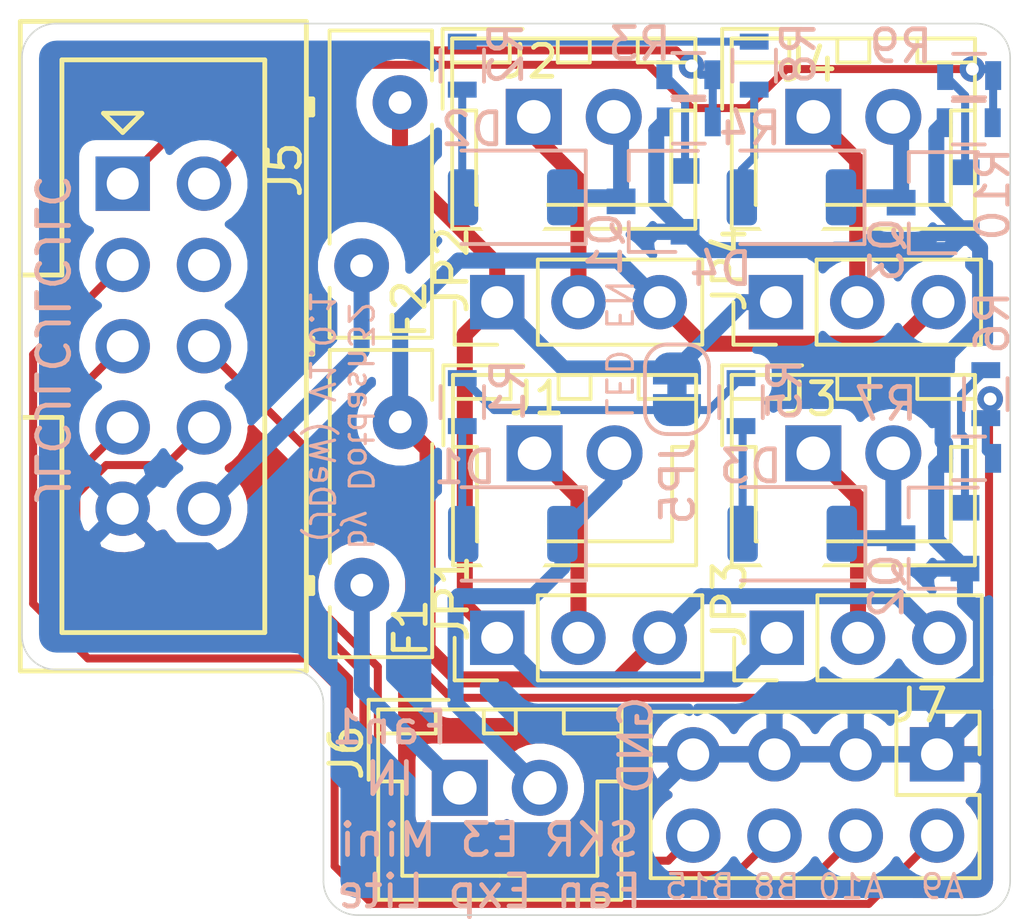
<source format=kicad_pcb>
(kicad_pcb (version 20171130) (host pcbnew "(5.1.10-1-10_14)")

  (general
    (thickness 1.6)
    (drawings 20)
    (tracks 182)
    (zones 0)
    (modules 31)
    (nets 30)
  )

  (page A4)
  (layers
    (0 F.Cu signal)
    (31 B.Cu signal)
    (32 B.Adhes user)
    (33 F.Adhes user)
    (34 B.Paste user)
    (35 F.Paste user)
    (36 B.SilkS user)
    (37 F.SilkS user)
    (38 B.Mask user)
    (39 F.Mask user)
    (40 Dwgs.User user)
    (41 Cmts.User user)
    (42 Eco1.User user)
    (43 Eco2.User user)
    (44 Edge.Cuts user)
    (45 Margin user)
    (46 B.CrtYd user)
    (47 F.CrtYd user)
    (48 B.Fab user hide)
    (49 F.Fab user hide)
  )

  (setup
    (last_trace_width 0.25)
    (trace_clearance 0.2)
    (zone_clearance 0.508)
    (zone_45_only no)
    (trace_min 0.2)
    (via_size 0.8)
    (via_drill 0.4)
    (via_min_size 0.4)
    (via_min_drill 0.3)
    (uvia_size 0.3)
    (uvia_drill 0.1)
    (uvias_allowed no)
    (uvia_min_size 0.2)
    (uvia_min_drill 0.1)
    (edge_width 0.05)
    (segment_width 0.2)
    (pcb_text_width 0.3)
    (pcb_text_size 1.5 1.5)
    (mod_edge_width 0.12)
    (mod_text_size 1 1)
    (mod_text_width 0.15)
    (pad_size 1.524 1.524)
    (pad_drill 0.762)
    (pad_to_mask_clearance 0)
    (aux_axis_origin 39.624 40.005)
    (visible_elements FFFFFF7F)
    (pcbplotparams
      (layerselection 0x010fc_ffffffff)
      (usegerberextensions false)
      (usegerberattributes true)
      (usegerberadvancedattributes true)
      (creategerberjobfile true)
      (excludeedgelayer true)
      (linewidth 0.100000)
      (plotframeref false)
      (viasonmask false)
      (mode 1)
      (useauxorigin false)
      (hpglpennumber 1)
      (hpglpenspeed 20)
      (hpglpendiameter 15.000000)
      (psnegative false)
      (psa4output false)
      (plotreference true)
      (plotvalue false)
      (plotinvisibletext false)
      (padsonsilk false)
      (subtractmaskfromsilk false)
      (outputformat 1)
      (mirror false)
      (drillshape 0)
      (scaleselection 1)
      (outputdirectory "gerbers/"))
  )

  (net 0 "")
  (net 1 GND)
  (net 2 /FAN1_Drive)
  (net 3 "Net-(D3-Pad2)")
  (net 4 /FAN2_Drive)
  (net 5 "Net-(D4-Pad2)")
  (net 6 /FAN3_Drive)
  (net 7 /FAN4_Drive)
  (net 8 +24V)
  (net 9 +5V)
  (net 10 /FAN2)
  (net 11 /FAN4)
  (net 12 /FAN3)
  (net 13 "Net-(Q1-Pad1)")
  (net 14 "Net-(Q2-Pad1)")
  (net 15 "Net-(Q3-Pad1)")
  (net 16 /F1V)
  (net 17 /F2V)
  (net 18 /F3V)
  (net 19 /F4V)
  (net 20 /24V_unFused)
  (net 21 /5V_unFused)
  (net 22 /LED_Drive)
  (net 23 /PASS1)
  (net 24 /PASS2)
  (net 25 /PASS0)
  (net 26 /PASS3)
  (net 27 "Net-(D1-Pad2)")
  (net 28 "Net-(D2-Pad2)")
  (net 29 "Net-(J5-Pad4)")

  (net_class Default "This is the default net class."
    (clearance 0.2)
    (trace_width 0.25)
    (via_dia 0.8)
    (via_drill 0.4)
    (uvia_dia 0.3)
    (uvia_drill 0.1)
    (add_net /FAN2)
    (add_net /FAN3)
    (add_net /FAN4)
    (add_net /LED_Drive)
    (add_net /PASS0)
    (add_net /PASS1)
    (add_net /PASS2)
    (add_net /PASS3)
    (add_net "Net-(D1-Pad2)")
    (add_net "Net-(D2-Pad2)")
    (add_net "Net-(D3-Pad2)")
    (add_net "Net-(D4-Pad2)")
    (add_net "Net-(J5-Pad4)")
    (add_net "Net-(Q1-Pad1)")
    (add_net "Net-(Q2-Pad1)")
    (add_net "Net-(Q3-Pad1)")
  )

  (net_class Power ""
    (clearance 0.2)
    (trace_width 0.5)
    (via_dia 0.8)
    (via_drill 0.4)
    (uvia_dia 0.3)
    (uvia_drill 0.1)
    (add_net +24V)
    (add_net +5V)
    (add_net /24V_unFused)
    (add_net /5V_unFused)
    (add_net /F1V)
    (add_net /F2V)
    (add_net /F3V)
    (add_net /F4V)
    (add_net /FAN1_Drive)
    (add_net /FAN2_Drive)
    (add_net /FAN3_Drive)
    (add_net /FAN4_Drive)
    (add_net GND)
  )

  (module LED_SMD:LED_1206_3216Metric_ReverseMount_Hole2.1x2.4mm (layer B.Cu) (tedit 61D22259) (tstamp 61D3FA7A)
    (at 64.33312 46.14672 180)
    (path /61DF6C8D)
    (attr smd)
    (fp_text reference D4 (at 2.20472 -2.24028) (layer B.SilkS)
      (effects (font (size 1 1) (thickness 0.15)) (justify mirror))
    )
    (fp_text value LED (at 0 -2.145) (layer B.Fab)
      (effects (font (size 1 1) (thickness 0.15)) (justify mirror))
    )
    (fp_line (start 0.8 0.8) (end -0.8 0.8) (layer Dwgs.User) (width 0.12))
    (fp_line (start 0.8 -0.8) (end 0.8 0.8) (layer Dwgs.User) (width 0.12))
    (fp_line (start -0.8 -0.8) (end 0.8 -0.8) (layer Dwgs.User) (width 0.12))
    (fp_line (start -0.8 0.8) (end -0.8 -0.8) (layer Dwgs.User) (width 0.12))
    (fp_line (start -1.2 0.8) (end -1.6 0.4) (layer B.Fab) (width 0.1))
    (fp_line (start 2.28 -1.46) (end -2.28 -1.46) (layer B.CrtYd) (width 0.05))
    (fp_line (start 1.6 -0.8) (end 1.6 0.8) (layer B.Fab) (width 0.1))
    (fp_line (start -2.285 1.46) (end -2.285 -1.46) (layer B.SilkS) (width 0.12))
    (fp_line (start 1.6 1.46) (end -2.285 1.46) (layer B.SilkS) (width 0.12))
    (fp_line (start -1.6 0.4) (end -1.6 -0.8) (layer B.Fab) (width 0.1))
    (fp_line (start 1.6 0.8) (end -1.2 0.8) (layer B.Fab) (width 0.1))
    (fp_line (start -2.28 -1.46) (end -2.28 1.46) (layer B.CrtYd) (width 0.05))
    (fp_line (start -1.6 -0.8) (end 1.6 -0.8) (layer B.Fab) (width 0.1))
    (fp_line (start -2.28 1.46) (end 2.28 1.46) (layer B.CrtYd) (width 0.05))
    (fp_line (start -2.285 -1.46) (end 1.6 -1.46) (layer B.SilkS) (width 0.12))
    (fp_line (start 2.28 1.46) (end 2.28 -1.46) (layer B.CrtYd) (width 0.05))
    (fp_text user %R (at 0 0) (layer B.Fab)
      (effects (font (size 0.8 0.8) (thickness 0.12)) (justify mirror))
    )
    (pad "" np_thru_hole oval (at 0 0.7 180) (size 2.1 1) (drill oval 2.1 1) (layers *.Cu *.Mask))
    (pad "" np_thru_hole oval (at 0 -0.7 180) (size 2.1 1) (drill oval 2.1 1) (layers *.Cu *.Mask))
    (pad "" np_thru_hole oval (at 0.55 0 180) (size 1 2.4) (drill oval 1 2.4) (layers *.Cu *.Mask))
    (pad "" np_thru_hole oval (at -0.55 0 180) (size 1 2.4) (drill oval 1 2.4) (layers *.Cu *.Mask))
    (pad "" np_thru_hole oval (at 0 0 180) (size 2.1 2.4) (drill oval 2.1 2.4) (layers *.Cu *.Mask))
    (pad 2 smd roundrect (at 1.55 0 180) (size 0.95 1.75) (layers B.Cu B.Paste B.Mask) (roundrect_rratio 0.2)
      (net 5 "Net-(D4-Pad2)"))
    (pad 1 smd roundrect (at -1.55 0 180) (size 0.95 1.75) (layers B.Cu B.Paste B.Mask) (roundrect_rratio 0.2)
      (net 7 /FAN4_Drive))
    (model ${KISYS3DMOD}/LED_SMD.3dshapes/LED_1206_3216Metric_Castellated.step
      (offset (xyz 0 0 0.5))
      (scale (xyz 1 1 1))
      (rotate (xyz 180 0 0))
    )
  )

  (module LED_SMD:LED_1206_3216Metric_ReverseMount_Hole2.1x2.4mm (layer B.Cu) (tedit 61D22259) (tstamp 61D3FAB3)
    (at 64.35852 56.66232 180)
    (path /61DAD575)
    (attr smd)
    (fp_text reference D3 (at 1.2954 2.1082) (layer B.SilkS)
      (effects (font (size 1 1) (thickness 0.15)) (justify mirror))
    )
    (fp_text value LED (at 0 -2.145) (layer B.Fab)
      (effects (font (size 1 1) (thickness 0.15)) (justify mirror))
    )
    (fp_line (start 0.8 0.8) (end -0.8 0.8) (layer Dwgs.User) (width 0.12))
    (fp_line (start 0.8 -0.8) (end 0.8 0.8) (layer Dwgs.User) (width 0.12))
    (fp_line (start -0.8 -0.8) (end 0.8 -0.8) (layer Dwgs.User) (width 0.12))
    (fp_line (start -0.8 0.8) (end -0.8 -0.8) (layer Dwgs.User) (width 0.12))
    (fp_line (start -1.2 0.8) (end -1.6 0.4) (layer B.Fab) (width 0.1))
    (fp_line (start 2.28 -1.46) (end -2.28 -1.46) (layer B.CrtYd) (width 0.05))
    (fp_line (start 1.6 -0.8) (end 1.6 0.8) (layer B.Fab) (width 0.1))
    (fp_line (start -2.285 1.46) (end -2.285 -1.46) (layer B.SilkS) (width 0.12))
    (fp_line (start 1.6 1.46) (end -2.285 1.46) (layer B.SilkS) (width 0.12))
    (fp_line (start -1.6 0.4) (end -1.6 -0.8) (layer B.Fab) (width 0.1))
    (fp_line (start 1.6 0.8) (end -1.2 0.8) (layer B.Fab) (width 0.1))
    (fp_line (start -2.28 -1.46) (end -2.28 1.46) (layer B.CrtYd) (width 0.05))
    (fp_line (start -1.6 -0.8) (end 1.6 -0.8) (layer B.Fab) (width 0.1))
    (fp_line (start -2.28 1.46) (end 2.28 1.46) (layer B.CrtYd) (width 0.05))
    (fp_line (start -2.285 -1.46) (end 1.6 -1.46) (layer B.SilkS) (width 0.12))
    (fp_line (start 2.28 1.46) (end 2.28 -1.46) (layer B.CrtYd) (width 0.05))
    (fp_text user %R (at 0 0) (layer B.Fab)
      (effects (font (size 0.8 0.8) (thickness 0.12)) (justify mirror))
    )
    (pad "" np_thru_hole oval (at 0 0.7 180) (size 2.1 1) (drill oval 2.1 1) (layers *.Cu *.Mask))
    (pad "" np_thru_hole oval (at 0 -0.7 180) (size 2.1 1) (drill oval 2.1 1) (layers *.Cu *.Mask))
    (pad "" np_thru_hole oval (at 0.55 0 180) (size 1 2.4) (drill oval 1 2.4) (layers *.Cu *.Mask))
    (pad "" np_thru_hole oval (at -0.55 0 180) (size 1 2.4) (drill oval 1 2.4) (layers *.Cu *.Mask))
    (pad "" np_thru_hole oval (at 0 0 180) (size 2.1 2.4) (drill oval 2.1 2.4) (layers *.Cu *.Mask))
    (pad 2 smd roundrect (at 1.55 0 180) (size 0.95 1.75) (layers B.Cu B.Paste B.Mask) (roundrect_rratio 0.2)
      (net 3 "Net-(D3-Pad2)"))
    (pad 1 smd roundrect (at -1.55 0 180) (size 0.95 1.75) (layers B.Cu B.Paste B.Mask) (roundrect_rratio 0.2)
      (net 6 /FAN3_Drive))
    (model ${KISYS3DMOD}/LED_SMD.3dshapes/LED_1206_3216Metric_Castellated.step
      (offset (xyz 0 0 0.5))
      (scale (xyz 1 1 1))
      (rotate (xyz 180 0 0))
    )
  )

  (module LED_SMD:LED_1206_3216Metric_ReverseMount_Hole2.1x2.4mm (layer B.Cu) (tedit 61D22259) (tstamp 61D3FA41)
    (at 55.62092 46.14672 180)
    (path /61CF5CDB)
    (attr smd)
    (fp_text reference D2 (at 1.26492 2.12852) (layer B.SilkS)
      (effects (font (size 1 1) (thickness 0.15)) (justify mirror))
    )
    (fp_text value LED (at 0 -2.145) (layer B.Fab)
      (effects (font (size 1 1) (thickness 0.15)) (justify mirror))
    )
    (fp_line (start 0.8 0.8) (end -0.8 0.8) (layer Dwgs.User) (width 0.12))
    (fp_line (start 0.8 -0.8) (end 0.8 0.8) (layer Dwgs.User) (width 0.12))
    (fp_line (start -0.8 -0.8) (end 0.8 -0.8) (layer Dwgs.User) (width 0.12))
    (fp_line (start -0.8 0.8) (end -0.8 -0.8) (layer Dwgs.User) (width 0.12))
    (fp_line (start -1.2 0.8) (end -1.6 0.4) (layer B.Fab) (width 0.1))
    (fp_line (start 2.28 -1.46) (end -2.28 -1.46) (layer B.CrtYd) (width 0.05))
    (fp_line (start 1.6 -0.8) (end 1.6 0.8) (layer B.Fab) (width 0.1))
    (fp_line (start -2.285 1.46) (end -2.285 -1.46) (layer B.SilkS) (width 0.12))
    (fp_line (start 1.6 1.46) (end -2.285 1.46) (layer B.SilkS) (width 0.12))
    (fp_line (start -1.6 0.4) (end -1.6 -0.8) (layer B.Fab) (width 0.1))
    (fp_line (start 1.6 0.8) (end -1.2 0.8) (layer B.Fab) (width 0.1))
    (fp_line (start -2.28 -1.46) (end -2.28 1.46) (layer B.CrtYd) (width 0.05))
    (fp_line (start -1.6 -0.8) (end 1.6 -0.8) (layer B.Fab) (width 0.1))
    (fp_line (start -2.28 1.46) (end 2.28 1.46) (layer B.CrtYd) (width 0.05))
    (fp_line (start -2.285 -1.46) (end 1.6 -1.46) (layer B.SilkS) (width 0.12))
    (fp_line (start 2.28 1.46) (end 2.28 -1.46) (layer B.CrtYd) (width 0.05))
    (fp_text user %R (at 0 0) (layer B.Fab)
      (effects (font (size 0.8 0.8) (thickness 0.12)) (justify mirror))
    )
    (pad "" np_thru_hole oval (at 0 0.7 180) (size 2.1 1) (drill oval 2.1 1) (layers *.Cu *.Mask))
    (pad "" np_thru_hole oval (at 0 -0.7 180) (size 2.1 1) (drill oval 2.1 1) (layers *.Cu *.Mask))
    (pad "" np_thru_hole oval (at 0.55 0 180) (size 1 2.4) (drill oval 1 2.4) (layers *.Cu *.Mask))
    (pad "" np_thru_hole oval (at -0.55 0 180) (size 1 2.4) (drill oval 1 2.4) (layers *.Cu *.Mask))
    (pad "" np_thru_hole oval (at 0 0 180) (size 2.1 2.4) (drill oval 2.1 2.4) (layers *.Cu *.Mask))
    (pad 2 smd roundrect (at 1.55 0 180) (size 0.95 1.75) (layers B.Cu B.Paste B.Mask) (roundrect_rratio 0.2)
      (net 28 "Net-(D2-Pad2)"))
    (pad 1 smd roundrect (at -1.55 0 180) (size 0.95 1.75) (layers B.Cu B.Paste B.Mask) (roundrect_rratio 0.2)
      (net 4 /FAN2_Drive))
    (model ${KISYS3DMOD}/LED_SMD.3dshapes/LED_1206_3216Metric_Castellated.step
      (offset (xyz 0 0 0.5))
      (scale (xyz 1 1 1))
      (rotate (xyz 180 0 0))
    )
  )

  (module LED_SMD:LED_1206_3216Metric_ReverseMount_Hole2.1x2.4mm (layer B.Cu) (tedit 61D22259) (tstamp 61D431D0)
    (at 55.626 56.6674 180)
    (path /61C95144)
    (attr smd)
    (fp_text reference D1 (at 1.4986 2.0828) (layer B.SilkS)
      (effects (font (size 1 1) (thickness 0.15)) (justify mirror))
    )
    (fp_text value LED (at 0 -2.145) (layer B.Fab)
      (effects (font (size 1 1) (thickness 0.15)) (justify mirror))
    )
    (fp_line (start 0.8 0.8) (end -0.8 0.8) (layer Dwgs.User) (width 0.12))
    (fp_line (start 0.8 -0.8) (end 0.8 0.8) (layer Dwgs.User) (width 0.12))
    (fp_line (start -0.8 -0.8) (end 0.8 -0.8) (layer Dwgs.User) (width 0.12))
    (fp_line (start -0.8 0.8) (end -0.8 -0.8) (layer Dwgs.User) (width 0.12))
    (fp_line (start -1.2 0.8) (end -1.6 0.4) (layer B.Fab) (width 0.1))
    (fp_line (start 2.28 -1.46) (end -2.28 -1.46) (layer B.CrtYd) (width 0.05))
    (fp_line (start 1.6 -0.8) (end 1.6 0.8) (layer B.Fab) (width 0.1))
    (fp_line (start -2.285 1.46) (end -2.285 -1.46) (layer B.SilkS) (width 0.12))
    (fp_line (start 1.6 1.46) (end -2.285 1.46) (layer B.SilkS) (width 0.12))
    (fp_line (start -1.6 0.4) (end -1.6 -0.8) (layer B.Fab) (width 0.1))
    (fp_line (start 1.6 0.8) (end -1.2 0.8) (layer B.Fab) (width 0.1))
    (fp_line (start -2.28 -1.46) (end -2.28 1.46) (layer B.CrtYd) (width 0.05))
    (fp_line (start -1.6 -0.8) (end 1.6 -0.8) (layer B.Fab) (width 0.1))
    (fp_line (start -2.28 1.46) (end 2.28 1.46) (layer B.CrtYd) (width 0.05))
    (fp_line (start -2.285 -1.46) (end 1.6 -1.46) (layer B.SilkS) (width 0.12))
    (fp_line (start 2.28 1.46) (end 2.28 -1.46) (layer B.CrtYd) (width 0.05))
    (fp_text user %R (at 0 0) (layer B.Fab)
      (effects (font (size 0.8 0.8) (thickness 0.12)) (justify mirror))
    )
    (pad "" np_thru_hole oval (at 0 0.7 180) (size 2.1 1) (drill oval 2.1 1) (layers *.Cu *.Mask))
    (pad "" np_thru_hole oval (at 0 -0.7 180) (size 2.1 1) (drill oval 2.1 1) (layers *.Cu *.Mask))
    (pad "" np_thru_hole oval (at 0.55 0 180) (size 1 2.4) (drill oval 1 2.4) (layers *.Cu *.Mask))
    (pad "" np_thru_hole oval (at -0.55 0 180) (size 1 2.4) (drill oval 1 2.4) (layers *.Cu *.Mask))
    (pad "" np_thru_hole oval (at 0 0 180) (size 2.1 2.4) (drill oval 2.1 2.4) (layers *.Cu *.Mask))
    (pad 2 smd roundrect (at 1.55 0 180) (size 0.95 1.75) (layers B.Cu B.Paste B.Mask) (roundrect_rratio 0.2)
      (net 27 "Net-(D1-Pad2)"))
    (pad 1 smd roundrect (at -1.55 0 180) (size 0.95 1.75) (layers B.Cu B.Paste B.Mask) (roundrect_rratio 0.2)
      (net 2 /FAN1_Drive))
    (model ${KISYS3DMOD}/LED_SMD.3dshapes/LED_1206_3216Metric_Castellated.step
      (offset (xyz 0 0 0.5))
      (scale (xyz 1 1 1))
      (rotate (xyz 180 0 0))
    )
  )

  (module Pin_Headers:Pin_Header_Straight_2x04_Pitch2.54mm (layer F.Cu) (tedit 59650532) (tstamp 61BE9FB2)
    (at 68.8848 63.55588 270)
    (descr "Through hole straight pin header, 2x04, 2.54mm pitch, double rows")
    (tags "Through hole pin header THT 2x04 2.54mm double row")
    (path /62877243)
    (fp_text reference J7 (at -1.52908 0.5334 180) (layer F.SilkS)
      (effects (font (size 1 1) (thickness 0.15)))
    )
    (fp_text value IO_PassThrough (at 1.27 9.95 90) (layer F.Fab)
      (effects (font (size 1 1) (thickness 0.15)))
    )
    (fp_line (start 0 -1.27) (end 3.81 -1.27) (layer F.Fab) (width 0.1))
    (fp_line (start 3.81 -1.27) (end 3.81 8.89) (layer F.Fab) (width 0.1))
    (fp_line (start 3.81 8.89) (end -1.27 8.89) (layer F.Fab) (width 0.1))
    (fp_line (start -1.27 8.89) (end -1.27 0) (layer F.Fab) (width 0.1))
    (fp_line (start -1.27 0) (end 0 -1.27) (layer F.Fab) (width 0.1))
    (fp_line (start -1.33 8.95) (end 3.87 8.95) (layer F.SilkS) (width 0.12))
    (fp_line (start -1.33 1.27) (end -1.33 8.95) (layer F.SilkS) (width 0.12))
    (fp_line (start 3.87 -1.33) (end 3.87 8.95) (layer F.SilkS) (width 0.12))
    (fp_line (start -1.33 1.27) (end 1.27 1.27) (layer F.SilkS) (width 0.12))
    (fp_line (start 1.27 1.27) (end 1.27 -1.33) (layer F.SilkS) (width 0.12))
    (fp_line (start 1.27 -1.33) (end 3.87 -1.33) (layer F.SilkS) (width 0.12))
    (fp_line (start -1.33 0) (end -1.33 -1.33) (layer F.SilkS) (width 0.12))
    (fp_line (start -1.33 -1.33) (end 0 -1.33) (layer F.SilkS) (width 0.12))
    (fp_line (start -1.8 -1.8) (end -1.8 9.4) (layer F.CrtYd) (width 0.05))
    (fp_line (start -1.8 9.4) (end 4.35 9.4) (layer F.CrtYd) (width 0.05))
    (fp_line (start 4.35 9.4) (end 4.35 -1.8) (layer F.CrtYd) (width 0.05))
    (fp_line (start 4.35 -1.8) (end -1.8 -1.8) (layer F.CrtYd) (width 0.05))
    (fp_text user %R (at 1.27 3.81) (layer F.Fab)
      (effects (font (size 1 1) (thickness 0.15)))
    )
    (pad 1 thru_hole rect (at 0 0 270) (size 1.7 1.7) (drill 1) (layers *.Cu *.Mask)
      (net 1 GND))
    (pad 2 thru_hole oval (at 2.54 0 270) (size 1.7 1.7) (drill 1) (layers *.Cu *.Mask)
      (net 25 /PASS0))
    (pad 3 thru_hole oval (at 0 2.54 270) (size 1.7 1.7) (drill 1) (layers *.Cu *.Mask)
      (net 1 GND))
    (pad 4 thru_hole oval (at 2.54 2.54 270) (size 1.7 1.7) (drill 1) (layers *.Cu *.Mask)
      (net 23 /PASS1))
    (pad 5 thru_hole oval (at 0 5.08 270) (size 1.7 1.7) (drill 1) (layers *.Cu *.Mask)
      (net 1 GND))
    (pad 6 thru_hole oval (at 2.54 5.08 270) (size 1.7 1.7) (drill 1) (layers *.Cu *.Mask)
      (net 24 /PASS2))
    (pad 7 thru_hole oval (at 0 7.62 270) (size 1.7 1.7) (drill 1) (layers *.Cu *.Mask)
      (net 1 GND))
    (pad 8 thru_hole oval (at 2.54 7.62 270) (size 1.7 1.7) (drill 1) (layers *.Cu *.Mask)
      (net 26 /PASS3))
    (model ${KISYS3DMOD}/Connector_PinHeader_2.54mm.3dshapes/PinHeader_2x04_P2.54mm_Vertical.step
      (at (xyz 0 0 0))
      (scale (xyz 1 1 1))
      (rotate (xyz 0 0 0))
    )
  )

  (module Fuse:Fuse_Bourns_MF-RHT200 (layer F.Cu) (tedit 5B8F0E50) (tstamp 61D3B022)
    (at 52.10048 43.18508 270)
    (descr "PTC Resettable Fuse, Ihold = 2.0A, Itrip=3.8A, http://www.bourns.com/docs/product-datasheets/mfrht.pdf")
    (tags "ptc resettable fuse polyfuse THT")
    (path /61C255C6)
    (fp_text reference F2 (at 6.46176 -0.29464 90) (layer F.SilkS)
      (effects (font (size 1 1) (thickness 0.15)))
    )
    (fp_text value Polyfuse-2A (at 2.55 3.1 90) (layer F.Fab)
      (effects (font (size 1 1) (thickness 0.15)))
    )
    (fp_line (start -2.15 -0.9) (end -2.15 2.1) (layer F.Fab) (width 0.1))
    (fp_line (start -2.15 2.1) (end 7.25 2.1) (layer F.Fab) (width 0.1))
    (fp_line (start 7.25 2.1) (end 7.25 -0.9) (layer F.Fab) (width 0.1))
    (fp_line (start 7.25 -0.9) (end -2.15 -0.9) (layer F.Fab) (width 0.1))
    (fp_line (start -2.251 -1) (end -0.689 -1) (layer F.SilkS) (width 0.12))
    (fp_line (start 0.689 -1) (end 7.35 -1) (layer F.SilkS) (width 0.12))
    (fp_line (start -2.251 2.2) (end 4.412 2.2) (layer F.SilkS) (width 0.12))
    (fp_line (start 5.789 2.2) (end 7.35 2.2) (layer F.SilkS) (width 0.12))
    (fp_line (start -2.251 -1) (end -2.251 2.2) (layer F.SilkS) (width 0.12))
    (fp_line (start 7.35 -1) (end 7.35 2.2) (layer F.SilkS) (width 0.12))
    (fp_line (start -2.4 -1.15) (end -2.4 2.35) (layer F.CrtYd) (width 0.05))
    (fp_line (start -2.4 2.35) (end 7.5 2.35) (layer F.CrtYd) (width 0.05))
    (fp_line (start 7.5 2.35) (end 7.5 -1.15) (layer F.CrtYd) (width 0.05))
    (fp_line (start 7.5 -1.15) (end -2.4 -1.15) (layer F.CrtYd) (width 0.05))
    (fp_text user %R (at 2.55 0.6 90) (layer F.Fab)
      (effects (font (size 1 1) (thickness 0.15)))
    )
    (pad 2 thru_hole circle (at 5.1 1.2 270) (size 1.71 1.71) (drill 0.71) (layers *.Cu *.Mask)
      (net 21 /5V_unFused))
    (pad 1 thru_hole circle (at 0 0 270) (size 1.71 1.71) (drill 0.71) (layers *.Cu *.Mask)
      (net 9 +5V))
    (model ${KISYS3DMOD}/Fuse.3dshapes/Fuse_Bourns_MF-RHT200.wrl
      (at (xyz 0 0 0))
      (scale (xyz 1 1 1))
      (rotate (xyz 0 0 0))
    )
    (model ${KISYS3DMOD}/Fuse.3dshapes/Fuse_BelFuse_0ZRE_0ZRE0005FF_L8.3mm_W3.8mm.step
      (at (xyz 0 0 0))
      (scale (xyz 1 1 1))
      (rotate (xyz 0 0 0))
    )
  )

  (module Fuse:Fuse_Bourns_MF-RHT200 (layer F.Cu) (tedit 5B8F0E50) (tstamp 61BE8E06)
    (at 50.90668 58.2676 90)
    (descr "PTC Resettable Fuse, Ihold = 2.0A, Itrip=3.8A, http://www.bourns.com/docs/product-datasheets/mfrht.pdf")
    (tags "ptc resettable fuse polyfuse THT")
    (path /61C26288)
    (fp_text reference F1 (at -1.34144 1.52512 90) (layer F.SilkS)
      (effects (font (size 1 1) (thickness 0.15)))
    )
    (fp_text value Polyfuse-2A (at 2.55 3.1 90) (layer F.Fab)
      (effects (font (size 1 1) (thickness 0.15)))
    )
    (fp_line (start -2.15 -0.9) (end -2.15 2.1) (layer F.Fab) (width 0.1))
    (fp_line (start -2.15 2.1) (end 7.25 2.1) (layer F.Fab) (width 0.1))
    (fp_line (start 7.25 2.1) (end 7.25 -0.9) (layer F.Fab) (width 0.1))
    (fp_line (start 7.25 -0.9) (end -2.15 -0.9) (layer F.Fab) (width 0.1))
    (fp_line (start -2.251 -1) (end -0.689 -1) (layer F.SilkS) (width 0.12))
    (fp_line (start 0.689 -1) (end 7.35 -1) (layer F.SilkS) (width 0.12))
    (fp_line (start -2.251 2.2) (end 4.412 2.2) (layer F.SilkS) (width 0.12))
    (fp_line (start 5.789 2.2) (end 7.35 2.2) (layer F.SilkS) (width 0.12))
    (fp_line (start -2.251 -1) (end -2.251 2.2) (layer F.SilkS) (width 0.12))
    (fp_line (start 7.35 -1) (end 7.35 2.2) (layer F.SilkS) (width 0.12))
    (fp_line (start -2.4 -1.15) (end -2.4 2.35) (layer F.CrtYd) (width 0.05))
    (fp_line (start -2.4 2.35) (end 7.5 2.35) (layer F.CrtYd) (width 0.05))
    (fp_line (start 7.5 2.35) (end 7.5 -1.15) (layer F.CrtYd) (width 0.05))
    (fp_line (start 7.5 -1.15) (end -2.4 -1.15) (layer F.CrtYd) (width 0.05))
    (fp_text user %R (at 2.55 0.6 90) (layer F.Fab)
      (effects (font (size 1 1) (thickness 0.15)))
    )
    (pad 2 thru_hole circle (at 5.1 1.2 90) (size 1.71 1.71) (drill 0.71) (layers *.Cu *.Mask)
      (net 8 +24V))
    (pad 1 thru_hole circle (at 0 0 90) (size 1.71 1.71) (drill 0.71) (layers *.Cu *.Mask)
      (net 20 /24V_unFused))
    (model ${KISYS3DMOD}/Fuse.3dshapes/Fuse_Bourns_MF-RHT200.wrl
      (at (xyz 0 0 0))
      (scale (xyz 1 1 1))
      (rotate (xyz 0 0 0))
    )
    (model ${KISYS3DMOD}/Fuse.3dshapes/Fuse_BelFuse_0ZRE_0ZRE0005FF_L8.3mm_W3.8mm.step
      (at (xyz 0 0 0))
      (scale (xyz 1 1 1))
      (rotate (xyz 0 0 0))
    )
  )

  (module Resistors_SMD:R_0603 (layer B.Cu) (tedit 58E0A804) (tstamp 61BD876D)
    (at 69.8754 43.815)
    (descr "Resistor SMD 0603, reflow soldering, Vishay (see dcrcw.pdf)")
    (tags "resistor 0603")
    (path /61DF6CA2)
    (attr smd)
    (fp_text reference R10 (at 0.762 2.2352 270) (layer B.SilkS)
      (effects (font (size 1 1) (thickness 0.15)) (justify mirror))
    )
    (fp_text value 100k (at 0 -1.5) (layer B.Fab)
      (effects (font (size 1 1) (thickness 0.15)) (justify mirror))
    )
    (fp_line (start 1.25 -0.7) (end -1.25 -0.7) (layer B.CrtYd) (width 0.05))
    (fp_line (start 1.25 -0.7) (end 1.25 0.7) (layer B.CrtYd) (width 0.05))
    (fp_line (start -1.25 0.7) (end -1.25 -0.7) (layer B.CrtYd) (width 0.05))
    (fp_line (start -1.25 0.7) (end 1.25 0.7) (layer B.CrtYd) (width 0.05))
    (fp_line (start -0.5 0.68) (end 0.5 0.68) (layer B.SilkS) (width 0.12))
    (fp_line (start 0.5 -0.68) (end -0.5 -0.68) (layer B.SilkS) (width 0.12))
    (fp_line (start -0.8 0.4) (end 0.8 0.4) (layer B.Fab) (width 0.1))
    (fp_line (start 0.8 0.4) (end 0.8 -0.4) (layer B.Fab) (width 0.1))
    (fp_line (start 0.8 -0.4) (end -0.8 -0.4) (layer B.Fab) (width 0.1))
    (fp_line (start -0.8 -0.4) (end -0.8 0.4) (layer B.Fab) (width 0.1))
    (fp_text user %R (at 0 0) (layer B.Fab)
      (effects (font (size 0.4 0.4) (thickness 0.075)) (justify mirror))
    )
    (pad 1 smd rect (at -0.75 0) (size 0.5 0.9) (layers B.Cu B.Paste B.Mask)
      (net 1 GND))
    (pad 2 smd rect (at 0.75 0) (size 0.5 0.9) (layers B.Cu B.Paste B.Mask)
      (net 11 /FAN4))
    (model ${KISYS3DMOD}/Resistor_SMD.3dshapes/R_0603_1608Metric.step
      (at (xyz 0 0 0))
      (scale (xyz 1 1 1))
      (rotate (xyz 0 0 0))
    )
  )

  (module Resistors_SMD:R_0603 (layer B.Cu) (tedit 58E0A804) (tstamp 61D67E67)
    (at 69.8888 42.3418)
    (descr "Resistor SMD 0603, reflow soldering, Vishay (see dcrcw.pdf)")
    (tags "resistor 0603")
    (path /61DF6C9C)
    (attr smd)
    (fp_text reference R9 (at -2.1336 -0.9144) (layer B.SilkS)
      (effects (font (size 1 1) (thickness 0.15)) (justify mirror))
    )
    (fp_text value 100R (at 0 -1.5) (layer B.Fab)
      (effects (font (size 1 1) (thickness 0.15)) (justify mirror))
    )
    (fp_line (start -0.8 -0.4) (end -0.8 0.4) (layer B.Fab) (width 0.1))
    (fp_line (start 0.8 -0.4) (end -0.8 -0.4) (layer B.Fab) (width 0.1))
    (fp_line (start 0.8 0.4) (end 0.8 -0.4) (layer B.Fab) (width 0.1))
    (fp_line (start -0.8 0.4) (end 0.8 0.4) (layer B.Fab) (width 0.1))
    (fp_line (start 0.5 -0.68) (end -0.5 -0.68) (layer B.SilkS) (width 0.12))
    (fp_line (start -0.5 0.68) (end 0.5 0.68) (layer B.SilkS) (width 0.12))
    (fp_line (start -1.25 0.7) (end 1.25 0.7) (layer B.CrtYd) (width 0.05))
    (fp_line (start -1.25 0.7) (end -1.25 -0.7) (layer B.CrtYd) (width 0.05))
    (fp_line (start 1.25 -0.7) (end 1.25 0.7) (layer B.CrtYd) (width 0.05))
    (fp_line (start 1.25 -0.7) (end -1.25 -0.7) (layer B.CrtYd) (width 0.05))
    (fp_text user %R (at 0 0) (layer B.Fab)
      (effects (font (size 0.4 0.4) (thickness 0.075)) (justify mirror))
    )
    (pad 2 smd rect (at 0.75 0) (size 0.5 0.9) (layers B.Cu B.Paste B.Mask)
      (net 11 /FAN4))
    (pad 1 smd rect (at -0.75 0) (size 0.5 0.9) (layers B.Cu B.Paste B.Mask)
      (net 15 "Net-(Q3-Pad1)"))
    (model ${KISYS3DMOD}/Resistor_SMD.3dshapes/R_0603_1608Metric.step
      (at (xyz 0 0 0))
      (scale (xyz 1 1 1))
      (rotate (xyz 0 0 0))
    )
  )

  (module Resistors_SMD:R_0603 (layer B.Cu) (tedit 58E0A804) (tstamp 61BD8B8D)
    (at 63.1698 42.03192 90)
    (descr "Resistor SMD 0603, reflow soldering, Vishay (see dcrcw.pdf)")
    (tags "resistor 0603")
    (path /61DF6C87)
    (attr smd)
    (fp_text reference R8 (at 0.39624 1.39192 90) (layer B.SilkS)
      (effects (font (size 1 1) (thickness 0.15)) (justify mirror))
    )
    (fp_text value 560R (at 0 -1.5 90) (layer B.Fab)
      (effects (font (size 1 1) (thickness 0.15)) (justify mirror))
    )
    (fp_line (start 1.25 -0.7) (end -1.25 -0.7) (layer B.CrtYd) (width 0.05))
    (fp_line (start 1.25 -0.7) (end 1.25 0.7) (layer B.CrtYd) (width 0.05))
    (fp_line (start -1.25 0.7) (end -1.25 -0.7) (layer B.CrtYd) (width 0.05))
    (fp_line (start -1.25 0.7) (end 1.25 0.7) (layer B.CrtYd) (width 0.05))
    (fp_line (start -0.5 0.68) (end 0.5 0.68) (layer B.SilkS) (width 0.12))
    (fp_line (start 0.5 -0.68) (end -0.5 -0.68) (layer B.SilkS) (width 0.12))
    (fp_line (start -0.8 0.4) (end 0.8 0.4) (layer B.Fab) (width 0.1))
    (fp_line (start 0.8 0.4) (end 0.8 -0.4) (layer B.Fab) (width 0.1))
    (fp_line (start 0.8 -0.4) (end -0.8 -0.4) (layer B.Fab) (width 0.1))
    (fp_line (start -0.8 -0.4) (end -0.8 0.4) (layer B.Fab) (width 0.1))
    (fp_text user %R (at 0 0 90) (layer B.Fab)
      (effects (font (size 0.4 0.4) (thickness 0.075)) (justify mirror))
    )
    (pad 1 smd rect (at -0.75 0 90) (size 0.5 0.9) (layers B.Cu B.Paste B.Mask)
      (net 5 "Net-(D4-Pad2)"))
    (pad 2 smd rect (at 0.75 0 90) (size 0.5 0.9) (layers B.Cu B.Paste B.Mask)
      (net 22 /LED_Drive))
    (model ${KISYS3DMOD}/Resistor_SMD.3dshapes/R_0603_1608Metric.step
      (at (xyz 0 0 0))
      (scale (xyz 1 1 1))
      (rotate (xyz 0 0 0))
    )
  )

  (module Resistors_SMD:R_0603 (layer B.Cu) (tedit 58E0A804) (tstamp 61D3F7E6)
    (at 69.8874 54.3052)
    (descr "Resistor SMD 0603, reflow soldering, Vishay (see dcrcw.pdf)")
    (tags "resistor 0603")
    (path /61DAD58A)
    (attr smd)
    (fp_text reference R7 (at -2.6028 -1.7018 180) (layer B.SilkS)
      (effects (font (size 1 1) (thickness 0.15)) (justify mirror))
    )
    (fp_text value 100k (at 0 -1.5) (layer B.Fab)
      (effects (font (size 1 1) (thickness 0.15)) (justify mirror))
    )
    (fp_line (start 1.25 -0.7) (end -1.25 -0.7) (layer B.CrtYd) (width 0.05))
    (fp_line (start 1.25 -0.7) (end 1.25 0.7) (layer B.CrtYd) (width 0.05))
    (fp_line (start -1.25 0.7) (end -1.25 -0.7) (layer B.CrtYd) (width 0.05))
    (fp_line (start -1.25 0.7) (end 1.25 0.7) (layer B.CrtYd) (width 0.05))
    (fp_line (start -0.5 0.68) (end 0.5 0.68) (layer B.SilkS) (width 0.12))
    (fp_line (start 0.5 -0.68) (end -0.5 -0.68) (layer B.SilkS) (width 0.12))
    (fp_line (start -0.8 0.4) (end 0.8 0.4) (layer B.Fab) (width 0.1))
    (fp_line (start 0.8 0.4) (end 0.8 -0.4) (layer B.Fab) (width 0.1))
    (fp_line (start 0.8 -0.4) (end -0.8 -0.4) (layer B.Fab) (width 0.1))
    (fp_line (start -0.8 -0.4) (end -0.8 0.4) (layer B.Fab) (width 0.1))
    (fp_text user %R (at 0 0) (layer B.Fab)
      (effects (font (size 0.4 0.4) (thickness 0.075)) (justify mirror))
    )
    (pad 1 smd rect (at -0.75 0) (size 0.5 0.9) (layers B.Cu B.Paste B.Mask)
      (net 1 GND))
    (pad 2 smd rect (at 0.75 0) (size 0.5 0.9) (layers B.Cu B.Paste B.Mask)
      (net 12 /FAN3))
    (model ${KISYS3DMOD}/Resistor_SMD.3dshapes/R_0603_1608Metric.step
      (at (xyz 0 0 0))
      (scale (xyz 1 1 1))
      (rotate (xyz 0 0 0))
    )
  )

  (module Resistors_SMD:R_0603 (layer B.Cu) (tedit 58E0A804) (tstamp 61D3F7B6)
    (at 70.4088 52.2986 270)
    (descr "Resistor SMD 0603, reflow soldering, Vishay (see dcrcw.pdf)")
    (tags "resistor 0603")
    (path /61DAD584)
    (attr smd)
    (fp_text reference R6 (at -2.2352 -0.2032 90) (layer B.SilkS)
      (effects (font (size 1 1) (thickness 0.15)) (justify mirror))
    )
    (fp_text value 100R (at 0 -1.5 90) (layer B.Fab)
      (effects (font (size 1 1) (thickness 0.15)) (justify mirror))
    )
    (fp_line (start 1.25 -0.7) (end -1.25 -0.7) (layer B.CrtYd) (width 0.05))
    (fp_line (start 1.25 -0.7) (end 1.25 0.7) (layer B.CrtYd) (width 0.05))
    (fp_line (start -1.25 0.7) (end -1.25 -0.7) (layer B.CrtYd) (width 0.05))
    (fp_line (start -1.25 0.7) (end 1.25 0.7) (layer B.CrtYd) (width 0.05))
    (fp_line (start -0.5 0.68) (end 0.5 0.68) (layer B.SilkS) (width 0.12))
    (fp_line (start 0.5 -0.68) (end -0.5 -0.68) (layer B.SilkS) (width 0.12))
    (fp_line (start -0.8 0.4) (end 0.8 0.4) (layer B.Fab) (width 0.1))
    (fp_line (start 0.8 0.4) (end 0.8 -0.4) (layer B.Fab) (width 0.1))
    (fp_line (start 0.8 -0.4) (end -0.8 -0.4) (layer B.Fab) (width 0.1))
    (fp_line (start -0.8 -0.4) (end -0.8 0.4) (layer B.Fab) (width 0.1))
    (fp_text user %R (at 0 0 90) (layer B.Fab)
      (effects (font (size 0.4 0.4) (thickness 0.075)) (justify mirror))
    )
    (pad 1 smd rect (at -0.75 0 270) (size 0.5 0.9) (layers B.Cu B.Paste B.Mask)
      (net 14 "Net-(Q2-Pad1)"))
    (pad 2 smd rect (at 0.75 0 270) (size 0.5 0.9) (layers B.Cu B.Paste B.Mask)
      (net 12 /FAN3))
    (model ${KISYS3DMOD}/Resistor_SMD.3dshapes/R_0603_1608Metric.step
      (at (xyz 0 0 0))
      (scale (xyz 1 1 1))
      (rotate (xyz 0 0 0))
    )
  )

  (module Resistors_SMD:R_0603 (layer B.Cu) (tedit 58E0A804) (tstamp 61D3FAE9)
    (at 62.75832 52.54752 90)
    (descr "Resistor SMD 0603, reflow soldering, Vishay (see dcrcw.pdf)")
    (tags "resistor 0603")
    (path /61DAD56F)
    (attr smd)
    (fp_text reference R5 (at 0.381 1.3716 90) (layer B.SilkS)
      (effects (font (size 1 1) (thickness 0.15)) (justify mirror))
    )
    (fp_text value 560R (at 0 -1.5 90) (layer B.Fab)
      (effects (font (size 1 1) (thickness 0.15)) (justify mirror))
    )
    (fp_line (start 1.25 -0.7) (end -1.25 -0.7) (layer B.CrtYd) (width 0.05))
    (fp_line (start 1.25 -0.7) (end 1.25 0.7) (layer B.CrtYd) (width 0.05))
    (fp_line (start -1.25 0.7) (end -1.25 -0.7) (layer B.CrtYd) (width 0.05))
    (fp_line (start -1.25 0.7) (end 1.25 0.7) (layer B.CrtYd) (width 0.05))
    (fp_line (start -0.5 0.68) (end 0.5 0.68) (layer B.SilkS) (width 0.12))
    (fp_line (start 0.5 -0.68) (end -0.5 -0.68) (layer B.SilkS) (width 0.12))
    (fp_line (start -0.8 0.4) (end 0.8 0.4) (layer B.Fab) (width 0.1))
    (fp_line (start 0.8 0.4) (end 0.8 -0.4) (layer B.Fab) (width 0.1))
    (fp_line (start 0.8 -0.4) (end -0.8 -0.4) (layer B.Fab) (width 0.1))
    (fp_line (start -0.8 -0.4) (end -0.8 0.4) (layer B.Fab) (width 0.1))
    (fp_text user %R (at 0 0 90) (layer B.Fab)
      (effects (font (size 0.4 0.4) (thickness 0.075)) (justify mirror))
    )
    (pad 1 smd rect (at -0.75 0 90) (size 0.5 0.9) (layers B.Cu B.Paste B.Mask)
      (net 3 "Net-(D3-Pad2)"))
    (pad 2 smd rect (at 0.75 0 90) (size 0.5 0.9) (layers B.Cu B.Paste B.Mask)
      (net 22 /LED_Drive))
    (model ${KISYS3DMOD}/Resistor_SMD.3dshapes/R_0603_1608Metric.step
      (at (xyz 0 0 0))
      (scale (xyz 1 1 1))
      (rotate (xyz 0 0 0))
    )
  )

  (module Resistors_SMD:R_0603 (layer B.Cu) (tedit 58E0A804) (tstamp 61D64246)
    (at 61.1258 43.7896 180)
    (descr "Resistor SMD 0603, reflow soldering, Vishay (see dcrcw.pdf)")
    (tags "resistor 0603")
    (path /61D251AF)
    (attr smd)
    (fp_text reference R4 (at -1.917 -0.2032 180) (layer B.SilkS)
      (effects (font (size 1 1) (thickness 0.15)) (justify mirror))
    )
    (fp_text value 100k (at 0 -1.5) (layer B.Fab)
      (effects (font (size 1 1) (thickness 0.15)) (justify mirror))
    )
    (fp_line (start -0.8 -0.4) (end -0.8 0.4) (layer B.Fab) (width 0.1))
    (fp_line (start 0.8 -0.4) (end -0.8 -0.4) (layer B.Fab) (width 0.1))
    (fp_line (start 0.8 0.4) (end 0.8 -0.4) (layer B.Fab) (width 0.1))
    (fp_line (start -0.8 0.4) (end 0.8 0.4) (layer B.Fab) (width 0.1))
    (fp_line (start 0.5 -0.68) (end -0.5 -0.68) (layer B.SilkS) (width 0.12))
    (fp_line (start -0.5 0.68) (end 0.5 0.68) (layer B.SilkS) (width 0.12))
    (fp_line (start -1.25 0.7) (end 1.25 0.7) (layer B.CrtYd) (width 0.05))
    (fp_line (start -1.25 0.7) (end -1.25 -0.7) (layer B.CrtYd) (width 0.05))
    (fp_line (start 1.25 -0.7) (end 1.25 0.7) (layer B.CrtYd) (width 0.05))
    (fp_line (start 1.25 -0.7) (end -1.25 -0.7) (layer B.CrtYd) (width 0.05))
    (fp_text user %R (at 0 0) (layer B.Fab)
      (effects (font (size 0.4 0.4) (thickness 0.075)) (justify mirror))
    )
    (pad 2 smd rect (at 0.75 0 180) (size 0.5 0.9) (layers B.Cu B.Paste B.Mask)
      (net 1 GND))
    (pad 1 smd rect (at -0.75 0 180) (size 0.5 0.9) (layers B.Cu B.Paste B.Mask)
      (net 10 /FAN2))
    (model ${KISYS3DMOD}/Resistor_SMD.3dshapes/R_0603_1608Metric.step
      (at (xyz 0 0 0))
      (scale (xyz 1 1 1))
      (rotate (xyz 0 0 0))
    )
  )

  (module Resistors_SMD:R_0603 (layer B.Cu) (tedit 58E0A804) (tstamp 61D63D7C)
    (at 61.1124 42.3164)
    (descr "Resistor SMD 0603, reflow soldering, Vishay (see dcrcw.pdf)")
    (tags "resistor 0603")
    (path /61D23E6E)
    (attr smd)
    (fp_text reference R3 (at -1.524 -0.9652) (layer B.SilkS)
      (effects (font (size 1 1) (thickness 0.15)) (justify mirror))
    )
    (fp_text value 100R (at 0 -1.5) (layer B.Fab)
      (effects (font (size 1 1) (thickness 0.15)) (justify mirror))
    )
    (fp_line (start 1.25 -0.7) (end -1.25 -0.7) (layer B.CrtYd) (width 0.05))
    (fp_line (start 1.25 -0.7) (end 1.25 0.7) (layer B.CrtYd) (width 0.05))
    (fp_line (start -1.25 0.7) (end -1.25 -0.7) (layer B.CrtYd) (width 0.05))
    (fp_line (start -1.25 0.7) (end 1.25 0.7) (layer B.CrtYd) (width 0.05))
    (fp_line (start -0.5 0.68) (end 0.5 0.68) (layer B.SilkS) (width 0.12))
    (fp_line (start 0.5 -0.68) (end -0.5 -0.68) (layer B.SilkS) (width 0.12))
    (fp_line (start -0.8 0.4) (end 0.8 0.4) (layer B.Fab) (width 0.1))
    (fp_line (start 0.8 0.4) (end 0.8 -0.4) (layer B.Fab) (width 0.1))
    (fp_line (start 0.8 -0.4) (end -0.8 -0.4) (layer B.Fab) (width 0.1))
    (fp_line (start -0.8 -0.4) (end -0.8 0.4) (layer B.Fab) (width 0.1))
    (fp_text user %R (at 0 0) (layer B.Fab)
      (effects (font (size 0.4 0.4) (thickness 0.075)) (justify mirror))
    )
    (pad 1 smd rect (at -0.75 0) (size 0.5 0.9) (layers B.Cu B.Paste B.Mask)
      (net 13 "Net-(Q1-Pad1)"))
    (pad 2 smd rect (at 0.75 0) (size 0.5 0.9) (layers B.Cu B.Paste B.Mask)
      (net 10 /FAN2))
    (model ${KISYS3DMOD}/Resistor_SMD.3dshapes/R_0603_1608Metric.step
      (at (xyz 0 0 0))
      (scale (xyz 1 1 1))
      (rotate (xyz 0 0 0))
    )
  )

  (module Resistors_SMD:R_0603 (layer B.Cu) (tedit 58E0A804) (tstamp 61BD870D)
    (at 54.04612 42.03192 90)
    (descr "Resistor SMD 0603, reflow soldering, Vishay (see dcrcw.pdf)")
    (tags "resistor 0603")
    (path /61CF5CD5)
    (attr smd)
    (fp_text reference R2 (at 0.381 1.3716 90) (layer B.SilkS)
      (effects (font (size 1 1) (thickness 0.15)) (justify mirror))
    )
    (fp_text value 560R (at 0 -1.5 90) (layer B.Fab)
      (effects (font (size 1 1) (thickness 0.15)) (justify mirror))
    )
    (fp_line (start 1.25 -0.7) (end -1.25 -0.7) (layer B.CrtYd) (width 0.05))
    (fp_line (start 1.25 -0.7) (end 1.25 0.7) (layer B.CrtYd) (width 0.05))
    (fp_line (start -1.25 0.7) (end -1.25 -0.7) (layer B.CrtYd) (width 0.05))
    (fp_line (start -1.25 0.7) (end 1.25 0.7) (layer B.CrtYd) (width 0.05))
    (fp_line (start -0.5 0.68) (end 0.5 0.68) (layer B.SilkS) (width 0.12))
    (fp_line (start 0.5 -0.68) (end -0.5 -0.68) (layer B.SilkS) (width 0.12))
    (fp_line (start -0.8 0.4) (end 0.8 0.4) (layer B.Fab) (width 0.1))
    (fp_line (start 0.8 0.4) (end 0.8 -0.4) (layer B.Fab) (width 0.1))
    (fp_line (start 0.8 -0.4) (end -0.8 -0.4) (layer B.Fab) (width 0.1))
    (fp_line (start -0.8 -0.4) (end -0.8 0.4) (layer B.Fab) (width 0.1))
    (fp_text user %R (at 0 0 90) (layer B.Fab)
      (effects (font (size 0.4 0.4) (thickness 0.075)) (justify mirror))
    )
    (pad 1 smd rect (at -0.75 0 90) (size 0.5 0.9) (layers B.Cu B.Paste B.Mask)
      (net 28 "Net-(D2-Pad2)"))
    (pad 2 smd rect (at 0.75 0 90) (size 0.5 0.9) (layers B.Cu B.Paste B.Mask)
      (net 22 /LED_Drive))
    (model ${KISYS3DMOD}/Resistor_SMD.3dshapes/R_0603_1608Metric.step
      (at (xyz 0 0 0))
      (scale (xyz 1 1 1))
      (rotate (xyz 0 0 0))
    )
  )

  (module Resistors_SMD:R_0603 (layer B.Cu) (tedit 58E0A804) (tstamp 61D39FBF)
    (at 54.04612 52.54752 90)
    (descr "Resistor SMD 0603, reflow soldering, Vishay (see dcrcw.pdf)")
    (tags "resistor 0603")
    (path /61C92F81)
    (attr smd)
    (fp_text reference R1 (at 0.37084 1.43256 90) (layer B.SilkS)
      (effects (font (size 1 1) (thickness 0.15)) (justify mirror))
    )
    (fp_text value 560R (at 0 -1.5 90) (layer B.Fab)
      (effects (font (size 1 1) (thickness 0.15)) (justify mirror))
    )
    (fp_line (start 1.25 -0.7) (end -1.25 -0.7) (layer B.CrtYd) (width 0.05))
    (fp_line (start 1.25 -0.7) (end 1.25 0.7) (layer B.CrtYd) (width 0.05))
    (fp_line (start -1.25 0.7) (end -1.25 -0.7) (layer B.CrtYd) (width 0.05))
    (fp_line (start -1.25 0.7) (end 1.25 0.7) (layer B.CrtYd) (width 0.05))
    (fp_line (start -0.5 0.68) (end 0.5 0.68) (layer B.SilkS) (width 0.12))
    (fp_line (start 0.5 -0.68) (end -0.5 -0.68) (layer B.SilkS) (width 0.12))
    (fp_line (start -0.8 0.4) (end 0.8 0.4) (layer B.Fab) (width 0.1))
    (fp_line (start 0.8 0.4) (end 0.8 -0.4) (layer B.Fab) (width 0.1))
    (fp_line (start 0.8 -0.4) (end -0.8 -0.4) (layer B.Fab) (width 0.1))
    (fp_line (start -0.8 -0.4) (end -0.8 0.4) (layer B.Fab) (width 0.1))
    (fp_text user %R (at 0 0 90) (layer B.Fab)
      (effects (font (size 0.4 0.4) (thickness 0.075)) (justify mirror))
    )
    (pad 1 smd rect (at -0.75 0 90) (size 0.5 0.9) (layers B.Cu B.Paste B.Mask)
      (net 27 "Net-(D1-Pad2)"))
    (pad 2 smd rect (at 0.75 0 90) (size 0.5 0.9) (layers B.Cu B.Paste B.Mask)
      (net 22 /LED_Drive))
    (model ${KISYS3DMOD}/Resistor_SMD.3dshapes/R_0603_1608Metric.step
      (at (xyz 0 0 0))
      (scale (xyz 1 1 1))
      (rotate (xyz 0 0 0))
    )
  )

  (module Jumper:SolderJumper-2_P1.3mm_Bridged_RoundedPad1.0x1.5mm (layer B.Cu) (tedit 5C745284) (tstamp 61BEA46C)
    (at 60.7568 52.1462 270)
    (descr "SMD Solder Jumper, 1x1.5mm, rounded Pads, 0.3mm gap, bridged with 1 copper strip")
    (tags "net tie solder jumper bridged")
    (path /6239146B)
    (attr virtual)
    (fp_text reference JP5 (at 2.8702 -0.0254 270) (layer B.SilkS)
      (effects (font (size 1 1) (thickness 0.15)) (justify mirror))
    )
    (fp_text value LED_ENABLE (at 0 -1.9 270) (layer B.Fab)
      (effects (font (size 1 1) (thickness 0.15)) (justify mirror))
    )
    (fp_line (start -1.4 -0.3) (end -1.4 0.3) (layer B.SilkS) (width 0.12))
    (fp_line (start 0.7 -1) (end -0.7 -1) (layer B.SilkS) (width 0.12))
    (fp_line (start 1.4 0.3) (end 1.4 -0.3) (layer B.SilkS) (width 0.12))
    (fp_line (start -0.7 1) (end 0.7 1) (layer B.SilkS) (width 0.12))
    (fp_line (start -1.65 1.25) (end 1.65 1.25) (layer B.CrtYd) (width 0.05))
    (fp_line (start -1.65 1.25) (end -1.65 -1.25) (layer B.CrtYd) (width 0.05))
    (fp_line (start 1.65 -1.25) (end 1.65 1.25) (layer B.CrtYd) (width 0.05))
    (fp_line (start 1.65 -1.25) (end -1.65 -1.25) (layer B.CrtYd) (width 0.05))
    (fp_poly (pts (xy 0.25 0.3) (xy -0.25 0.3) (xy -0.25 -0.3) (xy 0.25 -0.3)) (layer B.Cu) (width 0))
    (fp_arc (start 0.7 0.3) (end 1.4 0.3) (angle 90) (layer B.SilkS) (width 0.12))
    (fp_arc (start 0.7 -0.3) (end 0.7 -1) (angle 90) (layer B.SilkS) (width 0.12))
    (fp_arc (start -0.7 -0.3) (end -1.4 -0.3) (angle 90) (layer B.SilkS) (width 0.12))
    (fp_arc (start -0.7 0.3) (end -0.7 1) (angle 90) (layer B.SilkS) (width 0.12))
    (pad 2 smd custom (at 0.65 0 270) (size 1 0.5) (layers B.Cu B.Mask)
      (net 22 /LED_Drive) (zone_connect 2)
      (options (clearance outline) (anchor rect))
      (primitives
        (gr_circle (center 0 -0.25) (end 0.5 -0.25) (width 0))
        (gr_circle (center 0 0.25) (end 0.5 0.25) (width 0))
        (gr_poly (pts
           (xy 0 0.75) (xy -0.5 0.75) (xy -0.5 -0.75) (xy 0 -0.75)) (width 0))
      ))
    (pad 1 smd custom (at -0.65 0 270) (size 1 0.5) (layers B.Cu B.Mask)
      (net 9 +5V) (zone_connect 2)
      (options (clearance outline) (anchor rect))
      (primitives
        (gr_circle (center 0 -0.25) (end 0.5 -0.25) (width 0))
        (gr_circle (center 0 0.25) (end 0.5 0.25) (width 0))
        (gr_poly (pts
           (xy 0 0.75) (xy 0.5 0.75) (xy 0.5 -0.75) (xy 0 -0.75)) (width 0))
      ))
  )

  (module Connectors_Multicomp:Multicomp_MC9A12-1034_2x05x2.54mm_Straight (layer F.Cu) (tedit 56C61E6B) (tstamp 61BE877B)
    (at 43.434 45.72 270)
    (descr http://www.farnell.com/datasheets/1520732.pdf)
    (tags "connector multicomp MC9A MC9A12")
    (path /61BFB492)
    (fp_text reference J5 (at -0.4318 -5.0673 90) (layer F.SilkS)
      (effects (font (size 1 1) (thickness 0.15)))
    )
    (fp_text value EXP1_IN (at 5.08 5 90) (layer F.Fab)
      (effects (font (size 1 1) (thickness 0.15)))
    )
    (fp_line (start 15.75 3.7) (end -5.55 3.7) (layer F.CrtYd) (width 0.05))
    (fp_line (start 15.75 -6.25) (end 15.75 3.7) (layer F.CrtYd) (width 0.05))
    (fp_line (start -5.55 -6.25) (end 15.75 -6.25) (layer F.CrtYd) (width 0.05))
    (fp_line (start -5.55 3.7) (end -5.55 -6.25) (layer F.CrtYd) (width 0.05))
    (fp_line (start -1.6 0) (end -2.2 0.6) (layer F.SilkS) (width 0.15))
    (fp_line (start -2.2 -0.6) (end -1.6 0) (layer F.SilkS) (width 0.15))
    (fp_line (start -2.2 0.6) (end -2.2 -0.6) (layer F.SilkS) (width 0.15))
    (fp_line (start -2.65 -5.84) (end -2.15 -5.84) (layer F.SilkS) (width 0.15))
    (fp_line (start -2.15 -5.94) (end -2.15 -5.74) (layer F.SilkS) (width 0.15))
    (fp_line (start -2.65 -5.94) (end -2.15 -5.94) (layer F.SilkS) (width 0.15))
    (fp_line (start -2.65 -5.74) (end -2.65 -5.94) (layer F.SilkS) (width 0.15))
    (fp_line (start 12.31 -5.84) (end 12.81 -5.84) (layer F.SilkS) (width 0.15))
    (fp_line (start 12.81 -5.94) (end 12.81 -5.74) (layer F.SilkS) (width 0.15))
    (fp_line (start 12.31 -5.94) (end 12.81 -5.94) (layer F.SilkS) (width 0.15))
    (fp_line (start 12.31 -5.74) (end 12.31 -5.94) (layer F.SilkS) (width 0.15))
    (fp_line (start 4.83 -5.84) (end 5.33 -5.84) (layer F.SilkS) (width 0.15))
    (fp_line (start 5.33 -5.94) (end 5.33 -5.74) (layer F.SilkS) (width 0.15))
    (fp_line (start 4.83 -5.94) (end 5.33 -5.94) (layer F.SilkS) (width 0.15))
    (fp_line (start 4.83 -5.74) (end 4.83 -5.94) (layer F.SilkS) (width 0.15))
    (fp_line (start 7.305 1.9) (end 7.305 3.2) (layer F.SilkS) (width 0.15))
    (fp_line (start 14.03 1.9) (end 7.305 1.9) (layer F.SilkS) (width 0.15))
    (fp_line (start 14.03 -4.44) (end 14.03 1.9) (layer F.SilkS) (width 0.15))
    (fp_line (start -3.87 -4.44) (end 14.03 -4.44) (layer F.SilkS) (width 0.15))
    (fp_line (start -3.87 1.9) (end -3.87 -4.44) (layer F.SilkS) (width 0.15))
    (fp_line (start 2.855 1.9) (end -3.87 1.9) (layer F.SilkS) (width 0.15))
    (fp_line (start 2.855 3.2) (end 2.855 1.9) (layer F.SilkS) (width 0.15))
    (fp_line (start 15.23 3.2) (end -5.07 3.2) (layer F.SilkS) (width 0.15))
    (fp_line (start 15.23 -5.74) (end 15.23 3.2) (layer F.SilkS) (width 0.15))
    (fp_line (start -5.07 -5.74) (end 15.23 -5.74) (layer F.SilkS) (width 0.15))
    (fp_line (start -5.07 3.2) (end -5.07 -5.74) (layer F.SilkS) (width 0.15))
    (pad 1 thru_hole rect (at 0 0 270) (size 1.7 1.7) (drill 1) (layers *.Cu *.Mask)
      (net 10 /FAN2))
    (pad 2 thru_hole circle (at 0 -2.54 270) (size 1.7 1.7) (drill 1) (layers *.Cu *.Mask)
      (net 11 /FAN4))
    (pad 3 thru_hole circle (at 2.54 0 270) (size 1.7 1.7) (drill 1) (layers *.Cu *.Mask)
      (net 25 /PASS0))
    (pad 4 thru_hole circle (at 2.54 -2.54 270) (size 1.7 1.7) (drill 1) (layers *.Cu *.Mask)
      (net 29 "Net-(J5-Pad4)"))
    (pad 5 thru_hole circle (at 5.08 0 270) (size 1.7 1.7) (drill 1) (layers *.Cu *.Mask)
      (net 23 /PASS1))
    (pad 6 thru_hole circle (at 5.08 -2.54 270) (size 1.7 1.7) (drill 1) (layers *.Cu *.Mask)
      (net 12 /FAN3))
    (pad 7 thru_hole circle (at 7.62 0 270) (size 1.7 1.7) (drill 1) (layers *.Cu *.Mask)
      (net 24 /PASS2))
    (pad 8 thru_hole circle (at 7.62 -2.54 270) (size 1.7 1.7) (drill 1) (layers *.Cu *.Mask)
      (net 26 /PASS3))
    (pad 9 thru_hole circle (at 10.16 0 270) (size 1.7 1.7) (drill 1) (layers *.Cu *.Mask)
      (net 1 GND))
    (pad 10 thru_hole circle (at 10.16 -2.54 270) (size 1.7 1.7) (drill 1) (layers *.Cu *.Mask)
      (net 21 /5V_unFused))
    (model ${KISYS3DMOD}/Connector_PinSocket_2.54mm.3dshapes/PinSocket_2x05_P2.54mm_Vertical.step
      (offset (xyz 0 0 -1.6))
      (scale (xyz 1 1 1))
      (rotate (xyz 0 180 -90))
    )
    (model ${KISYS3DMOD}/Connector_IDC.3dshapes/IDC-Header_2x05_P2.54mm_Vertical.step
      (at (xyz 0 0 0))
      (scale (xyz 1 1 1))
      (rotate (xyz 0 0 -90))
    )
  )

  (module TO_SOT_Packages_SMD:SOT-23 (layer B.Cu) (tedit 58CE4E7E) (tstamp 61D3F9CA)
    (at 68.76288 46.31436 180)
    (descr "SOT-23, Standard")
    (tags SOT-23)
    (path /61DF6C65)
    (attr smd)
    (fp_text reference Q3 (at 1.4478 -1.4732 270) (layer B.SilkS)
      (effects (font (size 1 1) (thickness 0.15)) (justify mirror))
    )
    (fp_text value IRLML6344 (at 0 -2.5 180) (layer B.Fab)
      (effects (font (size 1 1) (thickness 0.15)) (justify mirror))
    )
    (fp_line (start 0.76 -1.58) (end -0.7 -1.58) (layer B.SilkS) (width 0.12))
    (fp_line (start 0.76 1.58) (end -1.4 1.58) (layer B.SilkS) (width 0.12))
    (fp_line (start -1.7 -1.75) (end -1.7 1.75) (layer B.CrtYd) (width 0.05))
    (fp_line (start 1.7 -1.75) (end -1.7 -1.75) (layer B.CrtYd) (width 0.05))
    (fp_line (start 1.7 1.75) (end 1.7 -1.75) (layer B.CrtYd) (width 0.05))
    (fp_line (start -1.7 1.75) (end 1.7 1.75) (layer B.CrtYd) (width 0.05))
    (fp_line (start 0.76 1.58) (end 0.76 0.65) (layer B.SilkS) (width 0.12))
    (fp_line (start 0.76 -1.58) (end 0.76 -0.65) (layer B.SilkS) (width 0.12))
    (fp_line (start -0.7 -1.52) (end 0.7 -1.52) (layer B.Fab) (width 0.1))
    (fp_line (start 0.7 1.52) (end 0.7 -1.52) (layer B.Fab) (width 0.1))
    (fp_line (start -0.7 0.95) (end -0.15 1.52) (layer B.Fab) (width 0.1))
    (fp_line (start -0.15 1.52) (end 0.7 1.52) (layer B.Fab) (width 0.1))
    (fp_line (start -0.7 0.95) (end -0.7 -1.5) (layer B.Fab) (width 0.1))
    (fp_text user %R (at 0 0 90) (layer B.Fab)
      (effects (font (size 0.5 0.5) (thickness 0.075)) (justify mirror))
    )
    (pad 1 smd rect (at -1 0.95 180) (size 0.9 0.8) (layers B.Cu B.Paste B.Mask)
      (net 15 "Net-(Q3-Pad1)"))
    (pad 2 smd rect (at -1 -0.95 180) (size 0.9 0.8) (layers B.Cu B.Paste B.Mask)
      (net 1 GND))
    (pad 3 smd rect (at 1 0 180) (size 0.9 0.8) (layers B.Cu B.Paste B.Mask)
      (net 7 /FAN4_Drive))
    (model ${KISYS3DMOD}/Package_TO_SOT_SMD.3dshapes/SOT-23.step
      (at (xyz 0 0 0))
      (scale (xyz 1 1 1))
      (rotate (xyz 0 0 0))
    )
  )

  (module TO_SOT_Packages_SMD:SOT-23 (layer B.Cu) (tedit 58CE4E7E) (tstamp 61D3FA06)
    (at 68.7578 56.79948 180)
    (descr "SOT-23, Standard")
    (tags SOT-23)
    (path /61DAD54D)
    (attr smd)
    (fp_text reference Q2 (at 1.4478 -1.4986 270) (layer B.SilkS)
      (effects (font (size 1 1) (thickness 0.15)) (justify mirror))
    )
    (fp_text value IRLML6344 (at 0 -2.5 180) (layer B.Fab)
      (effects (font (size 1 1) (thickness 0.15)) (justify mirror))
    )
    (fp_line (start 0.76 -1.58) (end -0.7 -1.58) (layer B.SilkS) (width 0.12))
    (fp_line (start 0.76 1.58) (end -1.4 1.58) (layer B.SilkS) (width 0.12))
    (fp_line (start -1.7 -1.75) (end -1.7 1.75) (layer B.CrtYd) (width 0.05))
    (fp_line (start 1.7 -1.75) (end -1.7 -1.75) (layer B.CrtYd) (width 0.05))
    (fp_line (start 1.7 1.75) (end 1.7 -1.75) (layer B.CrtYd) (width 0.05))
    (fp_line (start -1.7 1.75) (end 1.7 1.75) (layer B.CrtYd) (width 0.05))
    (fp_line (start 0.76 1.58) (end 0.76 0.65) (layer B.SilkS) (width 0.12))
    (fp_line (start 0.76 -1.58) (end 0.76 -0.65) (layer B.SilkS) (width 0.12))
    (fp_line (start -0.7 -1.52) (end 0.7 -1.52) (layer B.Fab) (width 0.1))
    (fp_line (start 0.7 1.52) (end 0.7 -1.52) (layer B.Fab) (width 0.1))
    (fp_line (start -0.7 0.95) (end -0.15 1.52) (layer B.Fab) (width 0.1))
    (fp_line (start -0.15 1.52) (end 0.7 1.52) (layer B.Fab) (width 0.1))
    (fp_line (start -0.7 0.95) (end -0.7 -1.5) (layer B.Fab) (width 0.1))
    (fp_text user %R (at 0 0 90) (layer B.Fab)
      (effects (font (size 0.5 0.5) (thickness 0.075)) (justify mirror))
    )
    (pad 1 smd rect (at -1 0.95 180) (size 0.9 0.8) (layers B.Cu B.Paste B.Mask)
      (net 14 "Net-(Q2-Pad1)"))
    (pad 2 smd rect (at -1 -0.95 180) (size 0.9 0.8) (layers B.Cu B.Paste B.Mask)
      (net 1 GND))
    (pad 3 smd rect (at 1 0 180) (size 0.9 0.8) (layers B.Cu B.Paste B.Mask)
      (net 6 /FAN3_Drive))
    (model ${KISYS3DMOD}/Package_TO_SOT_SMD.3dshapes/SOT-23.step
      (at (xyz 0 0 0))
      (scale (xyz 1 1 1))
      (rotate (xyz 0 0 0))
    )
  )

  (module TO_SOT_Packages_SMD:SOT-23 (layer B.Cu) (tedit 58CE4E7E) (tstamp 61D66189)
    (at 60.01004 46.27372 180)
    (descr "SOT-23, Standard")
    (tags SOT-23)
    (path /61CE7B49)
    (attr smd)
    (fp_text reference Q1 (at 1.4986 -1.3462 270) (layer B.SilkS)
      (effects (font (size 1 1) (thickness 0.15)) (justify mirror))
    )
    (fp_text value IRLML6344 (at 0 -2.5 180) (layer B.Fab)
      (effects (font (size 1 1) (thickness 0.15)) (justify mirror))
    )
    (fp_line (start -0.7 0.95) (end -0.7 -1.5) (layer B.Fab) (width 0.1))
    (fp_line (start -0.15 1.52) (end 0.7 1.52) (layer B.Fab) (width 0.1))
    (fp_line (start -0.7 0.95) (end -0.15 1.52) (layer B.Fab) (width 0.1))
    (fp_line (start 0.7 1.52) (end 0.7 -1.52) (layer B.Fab) (width 0.1))
    (fp_line (start -0.7 -1.52) (end 0.7 -1.52) (layer B.Fab) (width 0.1))
    (fp_line (start 0.76 -1.58) (end 0.76 -0.65) (layer B.SilkS) (width 0.12))
    (fp_line (start 0.76 1.58) (end 0.76 0.65) (layer B.SilkS) (width 0.12))
    (fp_line (start -1.7 1.75) (end 1.7 1.75) (layer B.CrtYd) (width 0.05))
    (fp_line (start 1.7 1.75) (end 1.7 -1.75) (layer B.CrtYd) (width 0.05))
    (fp_line (start 1.7 -1.75) (end -1.7 -1.75) (layer B.CrtYd) (width 0.05))
    (fp_line (start -1.7 -1.75) (end -1.7 1.75) (layer B.CrtYd) (width 0.05))
    (fp_line (start 0.76 1.58) (end -1.4 1.58) (layer B.SilkS) (width 0.12))
    (fp_line (start 0.76 -1.58) (end -0.7 -1.58) (layer B.SilkS) (width 0.12))
    (fp_text user %R (at 0 0 90) (layer B.Fab)
      (effects (font (size 0.5 0.5) (thickness 0.075)) (justify mirror))
    )
    (pad 3 smd rect (at 1 0 180) (size 0.9 0.8) (layers B.Cu B.Paste B.Mask)
      (net 4 /FAN2_Drive))
    (pad 2 smd rect (at -1 -0.95 180) (size 0.9 0.8) (layers B.Cu B.Paste B.Mask)
      (net 1 GND))
    (pad 1 smd rect (at -1 0.95 180) (size 0.9 0.8) (layers B.Cu B.Paste B.Mask)
      (net 13 "Net-(Q1-Pad1)"))
    (model ${KISYS3DMOD}/Package_TO_SOT_SMD.3dshapes/SOT-23.step
      (at (xyz 0 0 0))
      (scale (xyz 1 1 1))
      (rotate (xyz 0 0 0))
    )
  )

  (module Connectors_JST:JST_XH_B02B-XH-A_02x2.50mm_Straight (layer F.Cu) (tedit 58EAE7F0) (tstamp 61D3F92A)
    (at 65.01892 43.63212)
    (descr "JST XH series connector, B02B-XH-A, top entry type, through hole")
    (tags "connector jst xh tht top vertical 2.50mm")
    (path /61DF6C6B)
    (fp_text reference J4 (at -0.13208 -1.6256 180) (layer F.SilkS)
      (effects (font (size 1 1) (thickness 0.15)))
    )
    (fp_text value FAN4 (at 1.25 4.5) (layer F.Fab)
      (effects (font (size 1 1) (thickness 0.15)))
    )
    (fp_line (start -2.85 -2.75) (end -2.85 -0.25) (layer F.Fab) (width 0.1))
    (fp_line (start -0.35 -2.75) (end -2.85 -2.75) (layer F.Fab) (width 0.1))
    (fp_line (start -2.85 -2.75) (end -2.85 -0.25) (layer F.SilkS) (width 0.12))
    (fp_line (start -0.35 -2.75) (end -2.85 -2.75) (layer F.SilkS) (width 0.12))
    (fp_line (start 4.3 2.75) (end 1.25 2.75) (layer F.SilkS) (width 0.12))
    (fp_line (start 4.3 -0.2) (end 4.3 2.75) (layer F.SilkS) (width 0.12))
    (fp_line (start 5.05 -0.2) (end 4.3 -0.2) (layer F.SilkS) (width 0.12))
    (fp_line (start -1.8 2.75) (end 1.25 2.75) (layer F.SilkS) (width 0.12))
    (fp_line (start -1.8 -0.2) (end -1.8 2.75) (layer F.SilkS) (width 0.12))
    (fp_line (start -2.55 -0.2) (end -1.8 -0.2) (layer F.SilkS) (width 0.12))
    (fp_line (start 5.05 -2.45) (end 3.25 -2.45) (layer F.SilkS) (width 0.12))
    (fp_line (start 5.05 -1.7) (end 5.05 -2.45) (layer F.SilkS) (width 0.12))
    (fp_line (start 3.25 -1.7) (end 5.05 -1.7) (layer F.SilkS) (width 0.12))
    (fp_line (start 3.25 -2.45) (end 3.25 -1.7) (layer F.SilkS) (width 0.12))
    (fp_line (start -0.75 -2.45) (end -2.55 -2.45) (layer F.SilkS) (width 0.12))
    (fp_line (start -0.75 -1.7) (end -0.75 -2.45) (layer F.SilkS) (width 0.12))
    (fp_line (start -2.55 -1.7) (end -0.75 -1.7) (layer F.SilkS) (width 0.12))
    (fp_line (start -2.55 -2.45) (end -2.55 -1.7) (layer F.SilkS) (width 0.12))
    (fp_line (start 1.75 -2.45) (end 0.75 -2.45) (layer F.SilkS) (width 0.12))
    (fp_line (start 1.75 -1.7) (end 1.75 -2.45) (layer F.SilkS) (width 0.12))
    (fp_line (start 0.75 -1.7) (end 1.75 -1.7) (layer F.SilkS) (width 0.12))
    (fp_line (start 0.75 -2.45) (end 0.75 -1.7) (layer F.SilkS) (width 0.12))
    (fp_line (start 5.05 -2.45) (end -2.55 -2.45) (layer F.SilkS) (width 0.12))
    (fp_line (start 5.05 3.5) (end 5.05 -2.45) (layer F.SilkS) (width 0.12))
    (fp_line (start -2.55 3.5) (end 5.05 3.5) (layer F.SilkS) (width 0.12))
    (fp_line (start -2.55 -2.45) (end -2.55 3.5) (layer F.SilkS) (width 0.12))
    (fp_line (start 5.45 -2.85) (end -2.95 -2.85) (layer F.CrtYd) (width 0.05))
    (fp_line (start 5.45 3.9) (end 5.45 -2.85) (layer F.CrtYd) (width 0.05))
    (fp_line (start -2.95 3.9) (end 5.45 3.9) (layer F.CrtYd) (width 0.05))
    (fp_line (start -2.95 -2.85) (end -2.95 3.9) (layer F.CrtYd) (width 0.05))
    (fp_line (start 4.95 -2.35) (end -2.45 -2.35) (layer F.Fab) (width 0.1))
    (fp_line (start 4.95 3.4) (end 4.95 -2.35) (layer F.Fab) (width 0.1))
    (fp_line (start -2.45 3.4) (end 4.95 3.4) (layer F.Fab) (width 0.1))
    (fp_line (start -2.45 -2.35) (end -2.45 3.4) (layer F.Fab) (width 0.1))
    (fp_text user %R (at 1.25 2.5) (layer F.Fab)
      (effects (font (size 1 1) (thickness 0.15)))
    )
    (pad 1 thru_hole rect (at 0 0) (size 1.75 1.75) (drill 1.05) (layers *.Cu *.Mask)
      (net 19 /F4V))
    (pad 2 thru_hole circle (at 2.5 0) (size 1.75 1.75) (drill 1.05) (layers *.Cu *.Mask)
      (net 7 /FAN4_Drive))
    (model ${KISYS3DMOD}/Connector_JST.3dshapes/JST_XH_B02B-XH-A_1x02_P2.50mm_Vertical.step
      (at (xyz 0 0 0))
      (scale (xyz 1 1 1))
      (rotate (xyz 0 0 0))
    )
  )

  (module Connectors_JST:JST_XH_B02B-XH-A_02x2.50mm_Straight (layer F.Cu) (tedit 58EAE7F0) (tstamp 61D3F8B2)
    (at 65.01892 54.14772)
    (descr "JST XH series connector, B02B-XH-A, top entry type, through hole")
    (tags "connector jst xh tht top vertical 2.50mm")
    (path /61DAD553)
    (fp_text reference J3 (at -0.10668 -1.69164 180) (layer F.SilkS)
      (effects (font (size 1 1) (thickness 0.15)))
    )
    (fp_text value FAN3 (at 1.25 4.5) (layer F.Fab)
      (effects (font (size 1 1) (thickness 0.15)))
    )
    (fp_line (start -2.85 -2.75) (end -2.85 -0.25) (layer F.Fab) (width 0.1))
    (fp_line (start -0.35 -2.75) (end -2.85 -2.75) (layer F.Fab) (width 0.1))
    (fp_line (start -2.85 -2.75) (end -2.85 -0.25) (layer F.SilkS) (width 0.12))
    (fp_line (start -0.35 -2.75) (end -2.85 -2.75) (layer F.SilkS) (width 0.12))
    (fp_line (start 4.3 2.75) (end 1.25 2.75) (layer F.SilkS) (width 0.12))
    (fp_line (start 4.3 -0.2) (end 4.3 2.75) (layer F.SilkS) (width 0.12))
    (fp_line (start 5.05 -0.2) (end 4.3 -0.2) (layer F.SilkS) (width 0.12))
    (fp_line (start -1.8 2.75) (end 1.25 2.75) (layer F.SilkS) (width 0.12))
    (fp_line (start -1.8 -0.2) (end -1.8 2.75) (layer F.SilkS) (width 0.12))
    (fp_line (start -2.55 -0.2) (end -1.8 -0.2) (layer F.SilkS) (width 0.12))
    (fp_line (start 5.05 -2.45) (end 3.25 -2.45) (layer F.SilkS) (width 0.12))
    (fp_line (start 5.05 -1.7) (end 5.05 -2.45) (layer F.SilkS) (width 0.12))
    (fp_line (start 3.25 -1.7) (end 5.05 -1.7) (layer F.SilkS) (width 0.12))
    (fp_line (start 3.25 -2.45) (end 3.25 -1.7) (layer F.SilkS) (width 0.12))
    (fp_line (start -0.75 -2.45) (end -2.55 -2.45) (layer F.SilkS) (width 0.12))
    (fp_line (start -0.75 -1.7) (end -0.75 -2.45) (layer F.SilkS) (width 0.12))
    (fp_line (start -2.55 -1.7) (end -0.75 -1.7) (layer F.SilkS) (width 0.12))
    (fp_line (start -2.55 -2.45) (end -2.55 -1.7) (layer F.SilkS) (width 0.12))
    (fp_line (start 1.75 -2.45) (end 0.75 -2.45) (layer F.SilkS) (width 0.12))
    (fp_line (start 1.75 -1.7) (end 1.75 -2.45) (layer F.SilkS) (width 0.12))
    (fp_line (start 0.75 -1.7) (end 1.75 -1.7) (layer F.SilkS) (width 0.12))
    (fp_line (start 0.75 -2.45) (end 0.75 -1.7) (layer F.SilkS) (width 0.12))
    (fp_line (start 5.05 -2.45) (end -2.55 -2.45) (layer F.SilkS) (width 0.12))
    (fp_line (start 5.05 3.5) (end 5.05 -2.45) (layer F.SilkS) (width 0.12))
    (fp_line (start -2.55 3.5) (end 5.05 3.5) (layer F.SilkS) (width 0.12))
    (fp_line (start -2.55 -2.45) (end -2.55 3.5) (layer F.SilkS) (width 0.12))
    (fp_line (start 5.45 -2.85) (end -2.95 -2.85) (layer F.CrtYd) (width 0.05))
    (fp_line (start 5.45 3.9) (end 5.45 -2.85) (layer F.CrtYd) (width 0.05))
    (fp_line (start -2.95 3.9) (end 5.45 3.9) (layer F.CrtYd) (width 0.05))
    (fp_line (start -2.95 -2.85) (end -2.95 3.9) (layer F.CrtYd) (width 0.05))
    (fp_line (start 4.95 -2.35) (end -2.45 -2.35) (layer F.Fab) (width 0.1))
    (fp_line (start 4.95 3.4) (end 4.95 -2.35) (layer F.Fab) (width 0.1))
    (fp_line (start -2.45 3.4) (end 4.95 3.4) (layer F.Fab) (width 0.1))
    (fp_line (start -2.45 -2.35) (end -2.45 3.4) (layer F.Fab) (width 0.1))
    (fp_text user %R (at 1.25 2.5) (layer F.Fab)
      (effects (font (size 1 1) (thickness 0.15)))
    )
    (pad 1 thru_hole rect (at 0 0) (size 1.75 1.75) (drill 1.05) (layers *.Cu *.Mask)
      (net 18 /F3V))
    (pad 2 thru_hole circle (at 2.5 0) (size 1.75 1.75) (drill 1.05) (layers *.Cu *.Mask)
      (net 6 /FAN3_Drive))
    (model ${KISYS3DMOD}/Connector_JST.3dshapes/JST_XH_B02B-XH-A_1x02_P2.50mm_Vertical.step
      (at (xyz 0 0 0))
      (scale (xyz 1 1 1))
      (rotate (xyz 0 0 0))
    )
  )

  (module Pin_Headers:Pin_Header_Straight_1x03_Pitch2.54mm (layer F.Cu) (tedit 59650532) (tstamp 61D3F81C)
    (at 63.85052 49.42332 90)
    (descr "Through hole straight pin header, 1x03, 2.54mm pitch, single row")
    (tags "Through hole pin header THT 1x03 2.54mm single row")
    (path /61DF6C71)
    (fp_text reference JP4 (at 1.05664 -1.45288 90) (layer F.SilkS)
      (effects (font (size 1 1) (thickness 0.15)))
    )
    (fp_text value V_SELECT4 (at 0 7.41 90) (layer F.Fab)
      (effects (font (size 1 1) (thickness 0.15)))
    )
    (fp_line (start 1.8 -1.8) (end -1.8 -1.8) (layer F.CrtYd) (width 0.05))
    (fp_line (start 1.8 6.85) (end 1.8 -1.8) (layer F.CrtYd) (width 0.05))
    (fp_line (start -1.8 6.85) (end 1.8 6.85) (layer F.CrtYd) (width 0.05))
    (fp_line (start -1.8 -1.8) (end -1.8 6.85) (layer F.CrtYd) (width 0.05))
    (fp_line (start -1.33 -1.33) (end 0 -1.33) (layer F.SilkS) (width 0.12))
    (fp_line (start -1.33 0) (end -1.33 -1.33) (layer F.SilkS) (width 0.12))
    (fp_line (start -1.33 1.27) (end 1.33 1.27) (layer F.SilkS) (width 0.12))
    (fp_line (start 1.33 1.27) (end 1.33 6.41) (layer F.SilkS) (width 0.12))
    (fp_line (start -1.33 1.27) (end -1.33 6.41) (layer F.SilkS) (width 0.12))
    (fp_line (start -1.33 6.41) (end 1.33 6.41) (layer F.SilkS) (width 0.12))
    (fp_line (start -1.27 -0.635) (end -0.635 -1.27) (layer F.Fab) (width 0.1))
    (fp_line (start -1.27 6.35) (end -1.27 -0.635) (layer F.Fab) (width 0.1))
    (fp_line (start 1.27 6.35) (end -1.27 6.35) (layer F.Fab) (width 0.1))
    (fp_line (start 1.27 -1.27) (end 1.27 6.35) (layer F.Fab) (width 0.1))
    (fp_line (start -0.635 -1.27) (end 1.27 -1.27) (layer F.Fab) (width 0.1))
    (fp_text user %R (at 0 2.54) (layer F.Fab)
      (effects (font (size 1 1) (thickness 0.15)))
    )
    (pad 1 thru_hole rect (at 0 0 90) (size 1.7 1.7) (drill 1) (layers *.Cu *.Mask)
      (net 9 +5V))
    (pad 2 thru_hole oval (at 0 2.54 90) (size 1.7 1.7) (drill 1) (layers *.Cu *.Mask)
      (net 19 /F4V))
    (pad 3 thru_hole oval (at 0 5.08 90) (size 1.7 1.7) (drill 1) (layers *.Cu *.Mask)
      (net 8 +24V))
    (model ${KISYS3DMOD}/Connector_PinHeader_2.54mm.3dshapes/PinHeader_1x03_P2.54mm_Vertical.step
      (at (xyz 0 0 0))
      (scale (xyz 1 1 1))
      (rotate (xyz 0 0 0))
    )
  )

  (module Pin_Headers:Pin_Header_Straight_1x03_Pitch2.54mm (layer F.Cu) (tedit 59650532) (tstamp 61D3F85E)
    (at 63.87592 59.91352 90)
    (descr "Through hole straight pin header, 1x03, 2.54mm pitch, single row")
    (tags "Through hole pin header THT 1x03 2.54mm single row")
    (path /61DAD559)
    (fp_text reference JP3 (at 1.05664 -1.47828 90) (layer F.SilkS)
      (effects (font (size 1 1) (thickness 0.15)))
    )
    (fp_text value V_SELECT3 (at 0 7.41 90) (layer F.Fab)
      (effects (font (size 1 1) (thickness 0.15)))
    )
    (fp_line (start 1.8 -1.8) (end -1.8 -1.8) (layer F.CrtYd) (width 0.05))
    (fp_line (start 1.8 6.85) (end 1.8 -1.8) (layer F.CrtYd) (width 0.05))
    (fp_line (start -1.8 6.85) (end 1.8 6.85) (layer F.CrtYd) (width 0.05))
    (fp_line (start -1.8 -1.8) (end -1.8 6.85) (layer F.CrtYd) (width 0.05))
    (fp_line (start -1.33 -1.33) (end 0 -1.33) (layer F.SilkS) (width 0.12))
    (fp_line (start -1.33 0) (end -1.33 -1.33) (layer F.SilkS) (width 0.12))
    (fp_line (start -1.33 1.27) (end 1.33 1.27) (layer F.SilkS) (width 0.12))
    (fp_line (start 1.33 1.27) (end 1.33 6.41) (layer F.SilkS) (width 0.12))
    (fp_line (start -1.33 1.27) (end -1.33 6.41) (layer F.SilkS) (width 0.12))
    (fp_line (start -1.33 6.41) (end 1.33 6.41) (layer F.SilkS) (width 0.12))
    (fp_line (start -1.27 -0.635) (end -0.635 -1.27) (layer F.Fab) (width 0.1))
    (fp_line (start -1.27 6.35) (end -1.27 -0.635) (layer F.Fab) (width 0.1))
    (fp_line (start 1.27 6.35) (end -1.27 6.35) (layer F.Fab) (width 0.1))
    (fp_line (start 1.27 -1.27) (end 1.27 6.35) (layer F.Fab) (width 0.1))
    (fp_line (start -0.635 -1.27) (end 1.27 -1.27) (layer F.Fab) (width 0.1))
    (fp_text user %R (at 0 2.54) (layer F.Fab)
      (effects (font (size 1 1) (thickness 0.15)))
    )
    (pad 1 thru_hole rect (at 0 0 90) (size 1.7 1.7) (drill 1) (layers *.Cu *.Mask)
      (net 9 +5V))
    (pad 2 thru_hole oval (at 0 2.54 90) (size 1.7 1.7) (drill 1) (layers *.Cu *.Mask)
      (net 18 /F3V))
    (pad 3 thru_hole oval (at 0 5.08 90) (size 1.7 1.7) (drill 1) (layers *.Cu *.Mask)
      (net 8 +24V))
    (model ${KISYS3DMOD}/Connector_PinHeader_2.54mm.3dshapes/PinHeader_1x03_P2.54mm_Vertical.step
      (at (xyz 0 0 0))
      (scale (xyz 1 1 1))
      (rotate (xyz 0 0 0))
    )
  )

  (module Connectors_JST:JST_XH_B02B-XH-A_02x2.50mm_Straight (layer F.Cu) (tedit 58EAE7F0) (tstamp 61D3FC24)
    (at 56.28132 43.63212)
    (descr "JST XH series connector, B02B-XH-A, top entry type, through hole")
    (tags "connector jst xh tht top vertical 2.50mm")
    (path /61CF5CB7)
    (fp_text reference J2 (at -0.1016 -1.72212 180) (layer F.SilkS)
      (effects (font (size 1 1) (thickness 0.15)))
    )
    (fp_text value FAN2 (at 1.25 4.5) (layer F.Fab)
      (effects (font (size 1 1) (thickness 0.15)))
    )
    (fp_line (start -2.85 -2.75) (end -2.85 -0.25) (layer F.Fab) (width 0.1))
    (fp_line (start -0.35 -2.75) (end -2.85 -2.75) (layer F.Fab) (width 0.1))
    (fp_line (start -2.85 -2.75) (end -2.85 -0.25) (layer F.SilkS) (width 0.12))
    (fp_line (start -0.35 -2.75) (end -2.85 -2.75) (layer F.SilkS) (width 0.12))
    (fp_line (start 4.3 2.75) (end 1.25 2.75) (layer F.SilkS) (width 0.12))
    (fp_line (start 4.3 -0.2) (end 4.3 2.75) (layer F.SilkS) (width 0.12))
    (fp_line (start 5.05 -0.2) (end 4.3 -0.2) (layer F.SilkS) (width 0.12))
    (fp_line (start -1.8 2.75) (end 1.25 2.75) (layer F.SilkS) (width 0.12))
    (fp_line (start -1.8 -0.2) (end -1.8 2.75) (layer F.SilkS) (width 0.12))
    (fp_line (start -2.55 -0.2) (end -1.8 -0.2) (layer F.SilkS) (width 0.12))
    (fp_line (start 5.05 -2.45) (end 3.25 -2.45) (layer F.SilkS) (width 0.12))
    (fp_line (start 5.05 -1.7) (end 5.05 -2.45) (layer F.SilkS) (width 0.12))
    (fp_line (start 3.25 -1.7) (end 5.05 -1.7) (layer F.SilkS) (width 0.12))
    (fp_line (start 3.25 -2.45) (end 3.25 -1.7) (layer F.SilkS) (width 0.12))
    (fp_line (start -0.75 -2.45) (end -2.55 -2.45) (layer F.SilkS) (width 0.12))
    (fp_line (start -0.75 -1.7) (end -0.75 -2.45) (layer F.SilkS) (width 0.12))
    (fp_line (start -2.55 -1.7) (end -0.75 -1.7) (layer F.SilkS) (width 0.12))
    (fp_line (start -2.55 -2.45) (end -2.55 -1.7) (layer F.SilkS) (width 0.12))
    (fp_line (start 1.75 -2.45) (end 0.75 -2.45) (layer F.SilkS) (width 0.12))
    (fp_line (start 1.75 -1.7) (end 1.75 -2.45) (layer F.SilkS) (width 0.12))
    (fp_line (start 0.75 -1.7) (end 1.75 -1.7) (layer F.SilkS) (width 0.12))
    (fp_line (start 0.75 -2.45) (end 0.75 -1.7) (layer F.SilkS) (width 0.12))
    (fp_line (start 5.05 -2.45) (end -2.55 -2.45) (layer F.SilkS) (width 0.12))
    (fp_line (start 5.05 3.5) (end 5.05 -2.45) (layer F.SilkS) (width 0.12))
    (fp_line (start -2.55 3.5) (end 5.05 3.5) (layer F.SilkS) (width 0.12))
    (fp_line (start -2.55 -2.45) (end -2.55 3.5) (layer F.SilkS) (width 0.12))
    (fp_line (start 5.45 -2.85) (end -2.95 -2.85) (layer F.CrtYd) (width 0.05))
    (fp_line (start 5.45 3.9) (end 5.45 -2.85) (layer F.CrtYd) (width 0.05))
    (fp_line (start -2.95 3.9) (end 5.45 3.9) (layer F.CrtYd) (width 0.05))
    (fp_line (start -2.95 -2.85) (end -2.95 3.9) (layer F.CrtYd) (width 0.05))
    (fp_line (start 4.95 -2.35) (end -2.45 -2.35) (layer F.Fab) (width 0.1))
    (fp_line (start 4.95 3.4) (end 4.95 -2.35) (layer F.Fab) (width 0.1))
    (fp_line (start -2.45 3.4) (end 4.95 3.4) (layer F.Fab) (width 0.1))
    (fp_line (start -2.45 -2.35) (end -2.45 3.4) (layer F.Fab) (width 0.1))
    (fp_text user %R (at 1.25 2.5) (layer F.Fab)
      (effects (font (size 1 1) (thickness 0.15)))
    )
    (pad 1 thru_hole rect (at 0 0) (size 1.75 1.75) (drill 1.05) (layers *.Cu *.Mask)
      (net 17 /F2V))
    (pad 2 thru_hole circle (at 2.5 0) (size 1.75 1.75) (drill 1.05) (layers *.Cu *.Mask)
      (net 4 /FAN2_Drive))
    (model ${KISYS3DMOD}/Connector_JST.3dshapes/JST_XH_B02B-XH-A_1x02_P2.50mm_Vertical.step
      (at (xyz 0 0 0))
      (scale (xyz 1 1 1))
      (rotate (xyz 0 0 0))
    )
  )

  (module Connectors_JST:JST_XH_B02B-XH-A_02x2.50mm_Straight (layer F.Cu) (tedit 58EAE7F0) (tstamp 61D3FB6A)
    (at 56.30672 54.14772)
    (descr "JST XH series connector, B02B-XH-A, top entry type, through hole")
    (tags "connector jst xh tht top vertical 2.50mm")
    (path /61C7EF42)
    (fp_text reference J1 (at 0.07112 -1.71704 180) (layer F.SilkS)
      (effects (font (size 1 1) (thickness 0.15)))
    )
    (fp_text value FAN1 (at 1.25 4.5) (layer F.Fab)
      (effects (font (size 1 1) (thickness 0.15)))
    )
    (fp_line (start -2.85 -2.75) (end -2.85 -0.25) (layer F.Fab) (width 0.1))
    (fp_line (start -0.35 -2.75) (end -2.85 -2.75) (layer F.Fab) (width 0.1))
    (fp_line (start -2.85 -2.75) (end -2.85 -0.25) (layer F.SilkS) (width 0.12))
    (fp_line (start -0.35 -2.75) (end -2.85 -2.75) (layer F.SilkS) (width 0.12))
    (fp_line (start 4.3 2.75) (end 1.25 2.75) (layer F.SilkS) (width 0.12))
    (fp_line (start 4.3 -0.2) (end 4.3 2.75) (layer F.SilkS) (width 0.12))
    (fp_line (start 5.05 -0.2) (end 4.3 -0.2) (layer F.SilkS) (width 0.12))
    (fp_line (start -1.8 2.75) (end 1.25 2.75) (layer F.SilkS) (width 0.12))
    (fp_line (start -1.8 -0.2) (end -1.8 2.75) (layer F.SilkS) (width 0.12))
    (fp_line (start -2.55 -0.2) (end -1.8 -0.2) (layer F.SilkS) (width 0.12))
    (fp_line (start 5.05 -2.45) (end 3.25 -2.45) (layer F.SilkS) (width 0.12))
    (fp_line (start 5.05 -1.7) (end 5.05 -2.45) (layer F.SilkS) (width 0.12))
    (fp_line (start 3.25 -1.7) (end 5.05 -1.7) (layer F.SilkS) (width 0.12))
    (fp_line (start 3.25 -2.45) (end 3.25 -1.7) (layer F.SilkS) (width 0.12))
    (fp_line (start -0.75 -2.45) (end -2.55 -2.45) (layer F.SilkS) (width 0.12))
    (fp_line (start -0.75 -1.7) (end -0.75 -2.45) (layer F.SilkS) (width 0.12))
    (fp_line (start -2.55 -1.7) (end -0.75 -1.7) (layer F.SilkS) (width 0.12))
    (fp_line (start -2.55 -2.45) (end -2.55 -1.7) (layer F.SilkS) (width 0.12))
    (fp_line (start 1.75 -2.45) (end 0.75 -2.45) (layer F.SilkS) (width 0.12))
    (fp_line (start 1.75 -1.7) (end 1.75 -2.45) (layer F.SilkS) (width 0.12))
    (fp_line (start 0.75 -1.7) (end 1.75 -1.7) (layer F.SilkS) (width 0.12))
    (fp_line (start 0.75 -2.45) (end 0.75 -1.7) (layer F.SilkS) (width 0.12))
    (fp_line (start 5.05 -2.45) (end -2.55 -2.45) (layer F.SilkS) (width 0.12))
    (fp_line (start 5.05 3.5) (end 5.05 -2.45) (layer F.SilkS) (width 0.12))
    (fp_line (start -2.55 3.5) (end 5.05 3.5) (layer F.SilkS) (width 0.12))
    (fp_line (start -2.55 -2.45) (end -2.55 3.5) (layer F.SilkS) (width 0.12))
    (fp_line (start 5.45 -2.85) (end -2.95 -2.85) (layer F.CrtYd) (width 0.05))
    (fp_line (start 5.45 3.9) (end 5.45 -2.85) (layer F.CrtYd) (width 0.05))
    (fp_line (start -2.95 3.9) (end 5.45 3.9) (layer F.CrtYd) (width 0.05))
    (fp_line (start -2.95 -2.85) (end -2.95 3.9) (layer F.CrtYd) (width 0.05))
    (fp_line (start 4.95 -2.35) (end -2.45 -2.35) (layer F.Fab) (width 0.1))
    (fp_line (start 4.95 3.4) (end 4.95 -2.35) (layer F.Fab) (width 0.1))
    (fp_line (start -2.45 3.4) (end 4.95 3.4) (layer F.Fab) (width 0.1))
    (fp_line (start -2.45 -2.35) (end -2.45 3.4) (layer F.Fab) (width 0.1))
    (fp_text user %R (at 1.25 2.5) (layer F.Fab)
      (effects (font (size 1 1) (thickness 0.15)))
    )
    (pad 1 thru_hole rect (at 0 0) (size 1.75 1.75) (drill 1.05) (layers *.Cu *.Mask)
      (net 16 /F1V))
    (pad 2 thru_hole circle (at 2.5 0) (size 1.75 1.75) (drill 1.05) (layers *.Cu *.Mask)
      (net 2 /FAN1_Drive))
    (model ${KISYS3DMOD}/Connector_JST.3dshapes/JST_XH_B02B-XH-A_1x02_P2.50mm_Vertical.step
      (at (xyz 0 0 0))
      (scale (xyz 1 1 1))
      (rotate (xyz 0 0 0))
    )
  )

  (module Pin_Headers:Pin_Header_Straight_1x03_Pitch2.54mm (layer F.Cu) (tedit 59650532) (tstamp 61D3FBD0)
    (at 55.13832 49.42332 90)
    (descr "Through hole straight pin header, 1x03, 2.54mm pitch, single row")
    (tags "Through hole pin header THT 1x03 2.54mm single row")
    (path /61CF5CBD)
    (fp_text reference JP2 (at 1.00584 -1.42748 90) (layer F.SilkS)
      (effects (font (size 1 1) (thickness 0.15)))
    )
    (fp_text value V_SELECT2 (at 0 7.41 90) (layer F.Fab)
      (effects (font (size 1 1) (thickness 0.15)))
    )
    (fp_line (start 1.8 -1.8) (end -1.8 -1.8) (layer F.CrtYd) (width 0.05))
    (fp_line (start 1.8 6.85) (end 1.8 -1.8) (layer F.CrtYd) (width 0.05))
    (fp_line (start -1.8 6.85) (end 1.8 6.85) (layer F.CrtYd) (width 0.05))
    (fp_line (start -1.8 -1.8) (end -1.8 6.85) (layer F.CrtYd) (width 0.05))
    (fp_line (start -1.33 -1.33) (end 0 -1.33) (layer F.SilkS) (width 0.12))
    (fp_line (start -1.33 0) (end -1.33 -1.33) (layer F.SilkS) (width 0.12))
    (fp_line (start -1.33 1.27) (end 1.33 1.27) (layer F.SilkS) (width 0.12))
    (fp_line (start 1.33 1.27) (end 1.33 6.41) (layer F.SilkS) (width 0.12))
    (fp_line (start -1.33 1.27) (end -1.33 6.41) (layer F.SilkS) (width 0.12))
    (fp_line (start -1.33 6.41) (end 1.33 6.41) (layer F.SilkS) (width 0.12))
    (fp_line (start -1.27 -0.635) (end -0.635 -1.27) (layer F.Fab) (width 0.1))
    (fp_line (start -1.27 6.35) (end -1.27 -0.635) (layer F.Fab) (width 0.1))
    (fp_line (start 1.27 6.35) (end -1.27 6.35) (layer F.Fab) (width 0.1))
    (fp_line (start 1.27 -1.27) (end 1.27 6.35) (layer F.Fab) (width 0.1))
    (fp_line (start -0.635 -1.27) (end 1.27 -1.27) (layer F.Fab) (width 0.1))
    (fp_text user %R (at 0 2.54) (layer F.Fab)
      (effects (font (size 1 1) (thickness 0.15)))
    )
    (pad 1 thru_hole rect (at 0 0 90) (size 1.7 1.7) (drill 1) (layers *.Cu *.Mask)
      (net 9 +5V))
    (pad 2 thru_hole oval (at 0 2.54 90) (size 1.7 1.7) (drill 1) (layers *.Cu *.Mask)
      (net 17 /F2V))
    (pad 3 thru_hole oval (at 0 5.08 90) (size 1.7 1.7) (drill 1) (layers *.Cu *.Mask)
      (net 8 +24V))
    (model ${KISYS3DMOD}/Connector_PinHeader_2.54mm.3dshapes/PinHeader_1x03_P2.54mm_Vertical.step
      (at (xyz 0 0 0))
      (scale (xyz 1 1 1))
      (rotate (xyz 0 0 0))
    )
  )

  (module Pin_Headers:Pin_Header_Straight_1x03_Pitch2.54mm (layer F.Cu) (tedit 59650532) (tstamp 61D3FC8A)
    (at 55.13832 59.91352 90)
    (descr "Through hole straight pin header, 1x03, 2.54mm pitch, single row")
    (tags "Through hole pin header THT 1x03 2.54mm single row")
    (path /61C814B1)
    (fp_text reference JP1 (at 1.22936 -1.41224 270) (layer F.SilkS)
      (effects (font (size 1 1) (thickness 0.15)))
    )
    (fp_text value V_SELECT1 (at 0 7.41 90) (layer F.Fab)
      (effects (font (size 1 1) (thickness 0.15)))
    )
    (fp_line (start 1.8 -1.8) (end -1.8 -1.8) (layer F.CrtYd) (width 0.05))
    (fp_line (start 1.8 6.85) (end 1.8 -1.8) (layer F.CrtYd) (width 0.05))
    (fp_line (start -1.8 6.85) (end 1.8 6.85) (layer F.CrtYd) (width 0.05))
    (fp_line (start -1.8 -1.8) (end -1.8 6.85) (layer F.CrtYd) (width 0.05))
    (fp_line (start -1.33 -1.33) (end 0 -1.33) (layer F.SilkS) (width 0.12))
    (fp_line (start -1.33 0) (end -1.33 -1.33) (layer F.SilkS) (width 0.12))
    (fp_line (start -1.33 1.27) (end 1.33 1.27) (layer F.SilkS) (width 0.12))
    (fp_line (start 1.33 1.27) (end 1.33 6.41) (layer F.SilkS) (width 0.12))
    (fp_line (start -1.33 1.27) (end -1.33 6.41) (layer F.SilkS) (width 0.12))
    (fp_line (start -1.33 6.41) (end 1.33 6.41) (layer F.SilkS) (width 0.12))
    (fp_line (start -1.27 -0.635) (end -0.635 -1.27) (layer F.Fab) (width 0.1))
    (fp_line (start -1.27 6.35) (end -1.27 -0.635) (layer F.Fab) (width 0.1))
    (fp_line (start 1.27 6.35) (end -1.27 6.35) (layer F.Fab) (width 0.1))
    (fp_line (start 1.27 -1.27) (end 1.27 6.35) (layer F.Fab) (width 0.1))
    (fp_line (start -0.635 -1.27) (end 1.27 -1.27) (layer F.Fab) (width 0.1))
    (fp_text user %R (at 0 2.54) (layer F.Fab)
      (effects (font (size 1 1) (thickness 0.15)))
    )
    (pad 1 thru_hole rect (at 0 0 90) (size 1.7 1.7) (drill 1) (layers *.Cu *.Mask)
      (net 9 +5V))
    (pad 2 thru_hole oval (at 0 2.54 90) (size 1.7 1.7) (drill 1) (layers *.Cu *.Mask)
      (net 16 /F1V))
    (pad 3 thru_hole oval (at 0 5.08 90) (size 1.7 1.7) (drill 1) (layers *.Cu *.Mask)
      (net 8 +24V))
    (model ${KISYS3DMOD}/Connector_PinHeader_2.54mm.3dshapes/PinHeader_1x03_P2.54mm_Vertical.step
      (at (xyz 0 0 0))
      (scale (xyz 1 1 1))
      (rotate (xyz 0 0 0))
    )
  )

  (module Connectors_JST:JST_XH_B02B-XH-A_02x2.50mm_Straight (layer F.Cu) (tedit 58EAE7F0) (tstamp 61BE89EE)
    (at 53.96992 64.60236)
    (descr "JST XH series connector, B02B-XH-A, top entry type, through hole")
    (tags "connector jst xh tht top vertical 2.50mm")
    (path /61C0DEDC)
    (fp_text reference J6 (at -3.55092 -1.10236 90) (layer F.SilkS)
      (effects (font (size 1 1) (thickness 0.15)))
    )
    (fp_text value FAN1_IN (at 1.25 4.5) (layer F.Fab)
      (effects (font (size 1 1) (thickness 0.15)))
    )
    (fp_line (start -2.85 -2.75) (end -2.85 -0.25) (layer F.Fab) (width 0.1))
    (fp_line (start -0.35 -2.75) (end -2.85 -2.75) (layer F.Fab) (width 0.1))
    (fp_line (start -2.85 -2.75) (end -2.85 -0.25) (layer F.SilkS) (width 0.12))
    (fp_line (start -0.35 -2.75) (end -2.85 -2.75) (layer F.SilkS) (width 0.12))
    (fp_line (start 4.3 2.75) (end 1.25 2.75) (layer F.SilkS) (width 0.12))
    (fp_line (start 4.3 -0.2) (end 4.3 2.75) (layer F.SilkS) (width 0.12))
    (fp_line (start 5.05 -0.2) (end 4.3 -0.2) (layer F.SilkS) (width 0.12))
    (fp_line (start -1.8 2.75) (end 1.25 2.75) (layer F.SilkS) (width 0.12))
    (fp_line (start -1.8 -0.2) (end -1.8 2.75) (layer F.SilkS) (width 0.12))
    (fp_line (start -2.55 -0.2) (end -1.8 -0.2) (layer F.SilkS) (width 0.12))
    (fp_line (start 5.05 -2.45) (end 3.25 -2.45) (layer F.SilkS) (width 0.12))
    (fp_line (start 5.05 -1.7) (end 5.05 -2.45) (layer F.SilkS) (width 0.12))
    (fp_line (start 3.25 -1.7) (end 5.05 -1.7) (layer F.SilkS) (width 0.12))
    (fp_line (start 3.25 -2.45) (end 3.25 -1.7) (layer F.SilkS) (width 0.12))
    (fp_line (start -0.75 -2.45) (end -2.55 -2.45) (layer F.SilkS) (width 0.12))
    (fp_line (start -0.75 -1.7) (end -0.75 -2.45) (layer F.SilkS) (width 0.12))
    (fp_line (start -2.55 -1.7) (end -0.75 -1.7) (layer F.SilkS) (width 0.12))
    (fp_line (start -2.55 -2.45) (end -2.55 -1.7) (layer F.SilkS) (width 0.12))
    (fp_line (start 1.75 -2.45) (end 0.75 -2.45) (layer F.SilkS) (width 0.12))
    (fp_line (start 1.75 -1.7) (end 1.75 -2.45) (layer F.SilkS) (width 0.12))
    (fp_line (start 0.75 -1.7) (end 1.75 -1.7) (layer F.SilkS) (width 0.12))
    (fp_line (start 0.75 -2.45) (end 0.75 -1.7) (layer F.SilkS) (width 0.12))
    (fp_line (start 5.05 -2.45) (end -2.55 -2.45) (layer F.SilkS) (width 0.12))
    (fp_line (start 5.05 3.5) (end 5.05 -2.45) (layer F.SilkS) (width 0.12))
    (fp_line (start -2.55 3.5) (end 5.05 3.5) (layer F.SilkS) (width 0.12))
    (fp_line (start -2.55 -2.45) (end -2.55 3.5) (layer F.SilkS) (width 0.12))
    (fp_line (start 5.45 -2.85) (end -2.95 -2.85) (layer F.CrtYd) (width 0.05))
    (fp_line (start 5.45 3.9) (end 5.45 -2.85) (layer F.CrtYd) (width 0.05))
    (fp_line (start -2.95 3.9) (end 5.45 3.9) (layer F.CrtYd) (width 0.05))
    (fp_line (start -2.95 -2.85) (end -2.95 3.9) (layer F.CrtYd) (width 0.05))
    (fp_line (start 4.95 -2.35) (end -2.45 -2.35) (layer F.Fab) (width 0.1))
    (fp_line (start 4.95 3.4) (end 4.95 -2.35) (layer F.Fab) (width 0.1))
    (fp_line (start -2.45 3.4) (end 4.95 3.4) (layer F.Fab) (width 0.1))
    (fp_line (start -2.45 -2.35) (end -2.45 3.4) (layer F.Fab) (width 0.1))
    (fp_text user %R (at 1.25 2.5) (layer F.Fab)
      (effects (font (size 1 1) (thickness 0.15)))
    )
    (pad 1 thru_hole rect (at 0 0) (size 1.75 1.75) (drill 1.05) (layers *.Cu *.Mask)
      (net 20 /24V_unFused))
    (pad 2 thru_hole circle (at 2.5 0) (size 1.75 1.75) (drill 1.05) (layers *.Cu *.Mask)
      (net 2 /FAN1_Drive))
    (model ${KISYS3DMOD}/Connector_JST.3dshapes/JST_XH_B02B-XH-A_1x02_P2.50mm_Vertical.step
      (at (xyz 0 0 0))
      (scale (xyz 1 1 1))
      (rotate (xyz 0 0 0))
    )
  )

  (gr_text JLCJLCJLCJLC (at 41.1988 50.5968 270) (layer B.SilkS)
    (effects (font (size 1 1) (thickness 0.15)) (justify mirror))
  )
  (gr_arc (start 70.104 41.783) (end 71.1708 41.783) (angle -90) (layer Edge.Cuts) (width 0.05))
  (gr_arc (start 70.104 67.5132) (end 70.104 68.58) (angle -90) (layer Edge.Cuts) (width 0.05))
  (gr_arc (start 50.7746 67.5132) (end 49.707801 67.538599) (angle -90) (layer Edge.Cuts) (width 0.05))
  (gr_arc (start 48.641 61.976001) (end 49.7078 61.976001) (angle -90) (layer Edge.Cuts) (width 0.05))
  (gr_arc (start 41.351199 59.842399) (end 40.2844 59.817) (angle -90) (layer Edge.Cuts) (width 0.05))
  (gr_arc (start 41.3512 41.783) (end 41.3512 40.7162) (angle -90) (layer Edge.Cuts) (width 0.05))
  (gr_text "A9  A10 B8 B15" (at 69.7992 67.691) (layer B.SilkS) (tstamp 61D43806)
    (effects (font (size 0.75 0.75) (thickness 0.1)) (justify left mirror))
  )
  (gr_line (start 50.799999 68.579999) (end 70.104 68.58) (layer Edge.Cuts) (width 0.05))
  (gr_line (start 49.7078 61.976001) (end 49.707801 67.538599) (layer Edge.Cuts) (width 0.05))
  (gr_line (start 70.104 40.7162) (end 41.3512 40.7162) (layer Edge.Cuts) (width 0.05) (tstamp 61D39947))
  (gr_line (start 71.1708 67.5132) (end 71.1708 41.783) (layer Edge.Cuts) (width 0.05))
  (gr_line (start 41.3258 60.909198) (end 48.641 60.909201) (layer Edge.Cuts) (width 0.05))
  (gr_line (start 40.2844 41.783) (end 40.2844 59.817) (layer Edge.Cuts) (width 0.05))
  (gr_text "LED EN" (at 58.928 50.9016 270) (layer B.SilkS)
    (effects (font (size 0.8 0.8) (thickness 0.1)) (justify mirror))
  )
  (gr_text "Fan1\nIN" (at 51.77536 63.52032) (layer B.SilkS)
    (effects (font (size 1 1) (thickness 0.15)) (justify mirror))
  )
  (gr_text GND (at 59.47664 63.2714 90) (layer B.SilkS)
    (effects (font (size 1 1) (thickness 0.15)) (justify mirror))
  )
  (gr_text "by Dotdash32 \n(JDeW) V1.0.1" (at 50.25136 53.00472 -90) (layer B.SilkS)
    (effects (font (size 0.75 0.75) (thickness 0.1)) (justify mirror))
  )
  (gr_text "SKR E3 Mini\nFan Exp Lite" (at 54.8894 67.03568) (layer B.SilkS)
    (effects (font (size 1 1) (thickness 0.15)) (justify mirror))
  )
  (gr_line (start 40.6908 41.0718) (end 39.624 40.005) (layer Dwgs.User) (width 0.05))

  (segment (start 60.110039 46.323719) (end 61.01004 47.22372) (width 0.5) (layer B.Cu) (net 1))
  (segment (start 60.110039 44.055361) (end 60.110039 46.323719) (width 0.5) (layer B.Cu) (net 1))
  (segment (start 60.3758 43.7896) (end 60.110039 44.055361) (width 0.5) (layer B.Cu) (net 1))
  (segment (start 68.857799 56.849479) (end 69.7578 57.74948) (width 0.5) (layer B.Cu) (net 1))
  (segment (start 68.857799 54.584801) (end 68.857799 56.849479) (width 0.5) (layer B.Cu) (net 1))
  (segment (start 69.1374 54.3052) (end 68.857799 54.584801) (width 0.5) (layer B.Cu) (net 1))
  (segment (start 70.255921 59.289519) (end 70.255921 62.184759) (width 0.5) (layer B.Cu) (net 1))
  (segment (start 69.7578 58.791398) (end 70.255921 59.289519) (width 0.5) (layer B.Cu) (net 1))
  (segment (start 70.255921 62.184759) (end 68.8848 63.55588) (width 0.5) (layer B.Cu) (net 1))
  (segment (start 69.7578 57.74948) (end 69.7578 58.791398) (width 0.5) (layer B.Cu) (net 1))
  (segment (start 68.8848 63.55588) (end 61.2648 63.55588) (width 0.5) (layer B.Cu) (net 1))
  (segment (start 70.230521 50.047321) (end 70.230521 47.732001) (width 0.5) (layer B.Cu) (net 1))
  (segment (start 69.058789 51.219053) (end 70.230521 50.047321) (width 0.5) (layer B.Cu) (net 1))
  (segment (start 69.058789 53.768375) (end 69.058789 51.219053) (width 0.5) (layer B.Cu) (net 1))
  (segment (start 70.230521 47.732001) (end 69.76288 47.26436) (width 0.5) (layer B.Cu) (net 1))
  (segment (start 69.1374 53.846986) (end 69.058789 53.768375) (width 0.5) (layer B.Cu) (net 1))
  (segment (start 69.1374 54.3052) (end 69.1374 53.846986) (width 0.5) (layer B.Cu) (net 1))
  (segment (start 68.862879 46.364359) (end 69.76288 47.26436) (width 0.5) (layer B.Cu) (net 1))
  (segment (start 69.1254 43.815) (end 68.862879 44.077521) (width 0.5) (layer B.Cu) (net 1))
  (segment (start 68.862879 44.077521) (end 68.862879 46.364359) (width 0.5) (layer B.Cu) (net 1))
  (segment (start 46.048667 57.180001) (end 44.734001 57.180001) (width 0.5) (layer B.Cu) (net 1))
  (segment (start 44.734001 57.180001) (end 43.434 55.88) (width 0.5) (layer B.Cu) (net 1))
  (segment (start 50.182809 64.203609) (end 50.182809 61.314143) (width 0.5) (layer B.Cu) (net 1))
  (segment (start 50.182809 61.314143) (end 46.048667 57.180001) (width 0.5) (layer B.Cu) (net 1))
  (segment (start 51.906561 65.927361) (end 50.182809 64.203609) (width 0.5) (layer B.Cu) (net 1))
  (segment (start 58.893319 65.927361) (end 51.906561 65.927361) (width 0.5) (layer B.Cu) (net 1))
  (segment (start 61.2648 63.55588) (end 58.893319 65.927361) (width 0.5) (layer B.Cu) (net 1))
  (segment (start 69.23051 47.79673) (end 69.76288 47.26436) (width 0.5) (layer B.Cu) (net 1))
  (segment (start 61.58305 47.79673) (end 69.23051 47.79673) (width 0.5) (layer B.Cu) (net 1))
  (segment (start 61.01004 47.22372) (end 61.58305 47.79673) (width 0.5) (layer B.Cu) (net 1))
  (segment (start 58.80672 55.03668) (end 57.176 56.6674) (width 0.5) (layer B.Cu) (net 2))
  (segment (start 58.80672 54.14772) (end 58.80672 55.03668) (width 0.5) (layer B.Cu) (net 2))
  (segment (start 53.838319 58.703519) (end 53.838319 61.970759) (width 0.5) (layer B.Cu) (net 2))
  (segment (start 56.273398 58.613519) (end 53.928319 58.613519) (width 0.5) (layer B.Cu) (net 2))
  (segment (start 53.838319 61.970759) (end 56.46992 64.60236) (width 0.5) (layer B.Cu) (net 2))
  (segment (start 57.176 57.710917) (end 56.273398 58.613519) (width 0.5) (layer B.Cu) (net 2))
  (segment (start 53.928319 58.613519) (end 53.838319 58.703519) (width 0.5) (layer B.Cu) (net 2))
  (segment (start 57.176 56.6674) (end 57.176 57.710917) (width 0.5) (layer B.Cu) (net 2))
  (segment (start 62.80852 53.34772) (end 62.75832 53.29752) (width 0.25) (layer B.Cu) (net 3))
  (segment (start 62.80852 56.66232) (end 62.80852 53.34772) (width 0.25) (layer B.Cu) (net 3))
  (segment (start 59.01004 43.86084) (end 58.78132 43.63212) (width 0.5) (layer B.Cu) (net 4))
  (segment (start 59.01004 46.27372) (end 59.01004 43.86084) (width 0.5) (layer B.Cu) (net 4))
  (segment (start 58.88304 46.14672) (end 59.01004 46.27372) (width 0.5) (layer B.Cu) (net 4))
  (segment (start 57.17092 46.14672) (end 58.88304 46.14672) (width 0.5) (layer B.Cu) (net 4))
  (segment (start 63.1698 44.8933) (end 62.78312 45.27998) (width 0.25) (layer B.Cu) (net 5))
  (segment (start 62.78312 45.27998) (end 62.78312 46.14672) (width 0.25) (layer B.Cu) (net 5))
  (segment (start 63.1698 42.78192) (end 63.1698 44.8933) (width 0.25) (layer B.Cu) (net 5))
  (segment (start 67.51892 56.5606) (end 67.7578 56.79948) (width 0.5) (layer B.Cu) (net 6))
  (segment (start 67.51892 54.14772) (end 67.51892 56.5606) (width 0.5) (layer B.Cu) (net 6))
  (segment (start 66.04568 56.79948) (end 65.90852 56.66232) (width 0.5) (layer B.Cu) (net 6))
  (segment (start 67.7578 56.79948) (end 66.04568 56.79948) (width 0.5) (layer B.Cu) (net 6))
  (segment (start 67.59524 46.14672) (end 67.76288 46.31436) (width 0.5) (layer B.Cu) (net 7))
  (segment (start 65.88312 46.14672) (end 67.59524 46.14672) (width 0.5) (layer B.Cu) (net 7))
  (segment (start 67.76288 43.87608) (end 67.51892 43.63212) (width 0.5) (layer B.Cu) (net 7))
  (segment (start 67.76288 46.31436) (end 67.76288 43.87608) (width 0.5) (layer B.Cu) (net 7))
  (segment (start 67.655919 58.613519) (end 68.95592 59.91352) (width 0.5) (layer B.Cu) (net 8))
  (segment (start 61.518321 58.613519) (end 67.655919 58.613519) (width 0.5) (layer B.Cu) (net 8))
  (segment (start 60.21832 59.91352) (end 61.518321 58.613519) (width 0.5) (layer B.Cu) (net 8))
  (segment (start 52.961679 54.022599) (end 52.10668 53.1676) (width 0.5) (layer F.Cu) (net 8))
  (segment (start 53.928319 61.213521) (end 52.961679 60.246881) (width 0.5) (layer F.Cu) (net 8))
  (segment (start 52.961679 60.246881) (end 52.961679 54.022599) (width 0.5) (layer F.Cu) (net 8))
  (segment (start 58.918319 61.213521) (end 53.928319 61.213521) (width 0.5) (layer F.Cu) (net 8))
  (segment (start 60.21832 59.91352) (end 58.918319 61.213521) (width 0.5) (layer F.Cu) (net 8))
  (segment (start 60.21832 49.42332) (end 58.918319 48.123319) (width 0.5) (layer B.Cu) (net 8))
  (segment (start 52.10668 49.944958) (end 52.10668 53.1676) (width 0.5) (layer B.Cu) (net 8))
  (segment (start 53.928319 48.123319) (end 52.10668 49.944958) (width 0.5) (layer B.Cu) (net 8))
  (segment (start 58.918319 48.123319) (end 53.928319 48.123319) (width 0.5) (layer B.Cu) (net 8))
  (segment (start 67.630519 50.723321) (end 68.93052 49.42332) (width 0.5) (layer F.Cu) (net 8))
  (segment (start 61.518321 50.723321) (end 67.630519 50.723321) (width 0.5) (layer F.Cu) (net 8))
  (segment (start 60.21832 49.42332) (end 61.518321 50.723321) (width 0.5) (layer F.Cu) (net 8))
  (segment (start 56.438321 61.213521) (end 55.13832 59.91352) (width 0.5) (layer B.Cu) (net 9))
  (segment (start 63.87592 59.91352) (end 62.575919 61.213521) (width 0.5) (layer B.Cu) (net 9))
  (segment (start 62.575919 61.213521) (end 56.438321 61.213521) (width 0.5) (layer B.Cu) (net 9))
  (segment (start 55.13832 48.257637) (end 52.10048 45.219797) (width 0.5) (layer F.Cu) (net 9))
  (segment (start 52.10048 45.219797) (end 52.10048 43.18508) (width 0.5) (layer F.Cu) (net 9))
  (segment (start 55.13832 49.42332) (end 55.13832 48.257637) (width 0.5) (layer F.Cu) (net 9))
  (segment (start 62.82968 49.42332) (end 63.85052 49.42332) (width 0.5) (layer B.Cu) (net 9))
  (segment (start 60.7568 51.4962) (end 62.82968 49.42332) (width 0.5) (layer B.Cu) (net 9))
  (segment (start 57.2112 51.4962) (end 55.13832 49.42332) (width 0.5) (layer B.Cu) (net 9))
  (segment (start 60.7568 51.4962) (end 57.2112 51.4962) (width 0.5) (layer B.Cu) (net 9))
  (segment (start 54.12599 58.90119) (end 54.12599 50.43565) (width 0.5) (layer F.Cu) (net 9))
  (segment (start 54.12599 50.43565) (end 55.13832 49.42332) (width 0.5) (layer F.Cu) (net 9))
  (segment (start 55.13832 59.91352) (end 54.12599 58.90119) (width 0.5) (layer F.Cu) (net 9))
  (segment (start 61.8758 42.3298) (end 61.8624 42.3164) (width 0.25) (layer B.Cu) (net 10))
  (segment (start 61.8758 43.7896) (end 61.8758 42.3298) (width 0.25) (layer B.Cu) (net 10))
  (via (at 61.212402 42.037) (size 0.8) (drill 0.4) (layers F.Cu B.Cu) (net 10))
  (segment (start 61.491802 42.3164) (end 61.212402 42.037) (width 0.25) (layer B.Cu) (net 10))
  (segment (start 61.8624 42.3164) (end 61.491802 42.3164) (width 0.25) (layer B.Cu) (net 10))
  (segment (start 47.598931 41.555069) (end 60.730471 41.555069) (width 0.25) (layer F.Cu) (net 10))
  (segment (start 60.730471 41.555069) (end 61.212402 42.037) (width 0.25) (layer F.Cu) (net 10))
  (segment (start 43.434 45.72) (end 47.598931 41.555069) (width 0.25) (layer F.Cu) (net 10))
  (segment (start 70.6388 42.3418) (end 70.6388 43.8016) (width 0.25) (layer B.Cu) (net 11))
  (segment (start 70.6388 43.8016) (end 70.6254 43.815) (width 0.25) (layer B.Cu) (net 11))
  (segment (start 64.177438 42.1386) (end 69.988802 42.1386) (width 0.25) (layer F.Cu) (net 11))
  (segment (start 59.858199 42.005079) (end 61.211048 43.357928) (width 0.25) (layer F.Cu) (net 11))
  (segment (start 49.688921 42.005079) (end 59.858199 42.005079) (width 0.25) (layer F.Cu) (net 11))
  (segment (start 62.95811 43.357928) (end 64.177438 42.1386) (width 0.25) (layer F.Cu) (net 11))
  (via (at 69.988802 42.1386) (size 0.8) (drill 0.4) (layers F.Cu B.Cu) (net 11))
  (segment (start 61.211048 43.357928) (end 62.95811 43.357928) (width 0.25) (layer F.Cu) (net 11))
  (segment (start 45.974 45.72) (end 49.688921 42.005079) (width 0.25) (layer F.Cu) (net 11))
  (segment (start 70.4356 42.1386) (end 70.6388 42.3418) (width 0.25) (layer B.Cu) (net 11))
  (segment (start 69.988802 42.1386) (end 70.4356 42.1386) (width 0.25) (layer B.Cu) (net 11))
  (segment (start 70.4088 54.0766) (end 70.6374 54.3052) (width 0.25) (layer B.Cu) (net 12))
  (segment (start 70.4088 53.0486) (end 70.4088 54.0766) (width 0.25) (layer B.Cu) (net 12))
  (via (at 70.5458 52.451) (size 0.8) (drill 0.4) (layers F.Cu B.Cu) (net 12))
  (segment (start 70.5104 61.08219) (end 70.5104 52.324) (width 0.25) (layer F.Cu) (net 12))
  (segment (start 52.386669 57.212669) (end 52.386669 60.485057) (width 0.25) (layer F.Cu) (net 12))
  (segment (start 53.690143 61.788531) (end 69.804059 61.788531) (width 0.25) (layer F.Cu) (net 12))
  (segment (start 45.974 50.8) (end 52.386669 57.212669) (width 0.25) (layer F.Cu) (net 12))
  (segment (start 52.386669 60.485057) (end 53.690143 61.788531) (width 0.25) (layer F.Cu) (net 12))
  (segment (start 69.804059 61.788531) (end 70.5104 61.08219) (width 0.25) (layer F.Cu) (net 12))
  (segment (start 70.5104 52.947) (end 70.4088 53.0486) (width 0.25) (layer B.Cu) (net 12))
  (segment (start 70.5104 52.324) (end 70.5104 52.947) (width 0.25) (layer B.Cu) (net 12))
  (segment (start 61.01004 42.96404) (end 61.01004 45.32372) (width 0.25) (layer B.Cu) (net 13))
  (segment (start 60.3624 42.3164) (end 61.01004 42.96404) (width 0.25) (layer B.Cu) (net 13))
  (segment (start 69.633799 53.530199) (end 69.7578 53.6542) (width 0.25) (layer B.Cu) (net 14))
  (segment (start 69.7578 53.6542) (end 69.7578 55.84948) (width 0.25) (layer B.Cu) (net 14))
  (segment (start 69.633799 52.323601) (end 69.633799 53.530199) (width 0.25) (layer B.Cu) (net 14))
  (segment (start 70.4088 51.5486) (end 69.633799 52.323601) (width 0.25) (layer B.Cu) (net 14))
  (segment (start 69.76288 45.36436) (end 69.76288 42.96588) (width 0.25) (layer B.Cu) (net 15))
  (segment (start 69.76288 42.96588) (end 69.1388 42.3418) (width 0.25) (layer B.Cu) (net 15))
  (segment (start 57.67832 55.51932) (end 57.67832 59.91352) (width 0.5) (layer F.Cu) (net 16))
  (segment (start 56.30672 54.14772) (end 57.67832 55.51932) (width 0.5) (layer F.Cu) (net 16))
  (segment (start 57.67832 45.610603) (end 57.67832 49.42332) (width 0.5) (layer F.Cu) (net 17))
  (segment (start 56.28132 44.213603) (end 57.67832 45.610603) (width 0.5) (layer F.Cu) (net 17))
  (segment (start 56.28132 43.63212) (end 56.28132 44.213603) (width 0.5) (layer F.Cu) (net 17))
  (segment (start 66.41592 55.54472) (end 66.41592 59.91352) (width 0.5) (layer F.Cu) (net 18))
  (segment (start 65.01892 54.14772) (end 66.41592 55.54472) (width 0.5) (layer F.Cu) (net 18))
  (segment (start 66.39052 45.00372) (end 66.39052 49.42332) (width 0.5) (layer F.Cu) (net 19))
  (segment (start 65.01892 43.63212) (end 66.39052 45.00372) (width 0.5) (layer F.Cu) (net 19))
  (segment (start 50.90668 61.53912) (end 53.96992 64.60236) (width 0.5) (layer B.Cu) (net 20))
  (segment (start 50.90668 58.2676) (end 50.90668 61.53912) (width 0.5) (layer B.Cu) (net 20))
  (segment (start 50.90048 50.95352) (end 50.90048 48.28508) (width 0.5) (layer B.Cu) (net 21))
  (segment (start 45.974 55.88) (end 50.90048 50.95352) (width 0.5) (layer B.Cu) (net 21))
  (segment (start 54.04612 41.28192) (end 63.1698 41.28192) (width 0.25) (layer B.Cu) (net 22))
  (segment (start 61.75964 52.7962) (end 62.75832 51.79752) (width 0.25) (layer B.Cu) (net 22))
  (segment (start 60.7568 52.7962) (end 61.75964 52.7962) (width 0.25) (layer B.Cu) (net 22))
  (segment (start 60.7568 52.7962) (end 55.0448 52.7962) (width 0.25) (layer B.Cu) (net 22))
  (segment (start 55.0448 52.7962) (end 54.04612 51.79752) (width 0.25) (layer B.Cu) (net 22))
  (segment (start 43.434 50.8) (end 41.08442 53.14958) (width 0.25) (layer F.Cu) (net 23))
  (segment (start 41.08442 58.65981) (end 42.533789 60.109179) (width 0.25) (layer F.Cu) (net 23))
  (segment (start 41.08442 53.14958) (end 41.08442 58.65981) (width 0.25) (layer F.Cu) (net 23))
  (segment (start 49.421556 60.10918) (end 50.507819 61.195443) (width 0.25) (layer F.Cu) (net 23))
  (segment (start 42.533789 60.109179) (end 49.421556 60.10918) (width 0.25) (layer F.Cu) (net 23))
  (segment (start 50.507819 66.840019) (end 51.44778 67.77998) (width 0.25) (layer F.Cu) (net 23))
  (segment (start 50.507819 61.195443) (end 50.507819 66.840019) (width 0.25) (layer F.Cu) (net 23))
  (segment (start 64.6607 67.77998) (end 66.3448 66.09588) (width 0.25) (layer F.Cu) (net 23))
  (segment (start 51.44778 67.77998) (end 64.6607 67.77998) (width 0.25) (layer F.Cu) (net 23))
  (segment (start 43.434 53.34) (end 41.53443 55.23957) (width 0.25) (layer F.Cu) (net 24))
  (segment (start 41.53443 55.23957) (end 41.53443 58.47341) (width 0.25) (layer F.Cu) (net 24))
  (segment (start 41.53443 58.47341) (end 42.72019 59.65917) (width 0.25) (layer F.Cu) (net 24))
  (segment (start 49.607957 59.659171) (end 50.957829 61.009043) (width 0.25) (layer F.Cu) (net 24))
  (segment (start 42.72019 59.65917) (end 49.607957 59.659171) (width 0.25) (layer F.Cu) (net 24))
  (segment (start 50.957829 66.653619) (end 51.63418 67.32997) (width 0.25) (layer F.Cu) (net 24))
  (segment (start 50.957829 61.009043) (end 50.957829 66.653619) (width 0.25) (layer F.Cu) (net 24))
  (segment (start 62.57071 67.32997) (end 63.8048 66.09588) (width 0.25) (layer F.Cu) (net 24))
  (segment (start 51.63418 67.32997) (end 62.57071 67.32997) (width 0.25) (layer F.Cu) (net 24))
  (segment (start 43.434 48.26) (end 40.63441 51.05959) (width 0.25) (layer F.Cu) (net 25))
  (segment (start 40.63441 58.84621) (end 42.347389 60.559189) (width 0.25) (layer F.Cu) (net 25))
  (segment (start 40.63441 51.05959) (end 40.63441 58.84621) (width 0.25) (layer F.Cu) (net 25))
  (segment (start 49.235155 60.559189) (end 50.057809 61.381843) (width 0.25) (layer F.Cu) (net 25))
  (segment (start 42.347389 60.559189) (end 49.235155 60.559189) (width 0.25) (layer F.Cu) (net 25))
  (segment (start 50.057809 67.050409) (end 51.23739 68.22999) (width 0.25) (layer F.Cu) (net 25))
  (segment (start 50.057809 61.381843) (end 50.057809 67.050409) (width 0.25) (layer F.Cu) (net 25))
  (segment (start 66.75069 68.22999) (end 68.8848 66.09588) (width 0.25) (layer F.Cu) (net 25))
  (segment (start 51.23739 68.22999) (end 66.75069 68.22999) (width 0.25) (layer F.Cu) (net 25))
  (segment (start 60.48072 66.87996) (end 61.2648 66.09588) (width 0.25) (layer F.Cu) (net 26))
  (segment (start 51.407839 66.444639) (end 51.84316 66.87996) (width 0.25) (layer F.Cu) (net 26))
  (segment (start 49.794358 59.209162) (end 51.407839 60.822643) (width 0.25) (layer F.Cu) (net 26))
  (segment (start 42.00561 58.28701) (end 42.927761 59.209161) (width 0.25) (layer F.Cu) (net 26))
  (segment (start 41.98444 58.28701) (end 42.00561 58.28701) (width 0.25) (layer F.Cu) (net 26))
  (segment (start 45.974 53.34) (end 44.798999 54.515001) (width 0.25) (layer F.Cu) (net 26))
  (segment (start 41.98444 55.44996) (end 41.98444 58.28701) (width 0.25) (layer F.Cu) (net 26))
  (segment (start 51.84316 66.87996) (end 60.48072 66.87996) (width 0.25) (layer F.Cu) (net 26))
  (segment (start 51.407839 60.822643) (end 51.407839 66.444639) (width 0.25) (layer F.Cu) (net 26))
  (segment (start 42.927761 59.209161) (end 49.794358 59.209162) (width 0.25) (layer F.Cu) (net 26))
  (segment (start 42.919399 54.515001) (end 41.98444 55.44996) (width 0.25) (layer F.Cu) (net 26))
  (segment (start 44.798999 54.515001) (end 42.919399 54.515001) (width 0.25) (layer F.Cu) (net 26))
  (segment (start 54.04612 56.63752) (end 54.076 56.6674) (width 0.25) (layer B.Cu) (net 27))
  (segment (start 54.04612 53.29752) (end 54.04612 56.63752) (width 0.25) (layer B.Cu) (net 27))
  (segment (start 54.04612 46.12192) (end 54.07092 46.14672) (width 0.25) (layer B.Cu) (net 28))
  (segment (start 54.04612 42.78192) (end 54.04612 46.12192) (width 0.25) (layer B.Cu) (net 28))

  (zone (net 1) (net_name GND) (layer F.Cu) (tstamp 61D62816) (hatch edge 0.508)
    (connect_pads (clearance 0.508))
    (min_thickness 0.254)
    (fill yes (arc_segments 32) (thermal_gap 0.508) (thermal_bridge_width 0.508))
    (polygon
      (pts
        (xy 71.374 68.7324) (xy 49.657 68.6816) (xy 49.70272 61.52388) (xy 39.70528 61.50864) (xy 39.7002 40.132)
        (xy 71.628 40.132)
      )
    )
    (filled_polygon
      (pts
        (xy 53.126344 62.299534) (xy 53.150142 62.328532) (xy 53.17914 62.35233) (xy 53.265867 62.423505) (xy 53.397896 62.494077)
        (xy 53.541157 62.537534) (xy 53.690143 62.552208) (xy 53.727476 62.548531) (xy 60.183191 62.548531) (xy 60.069622 62.674525)
        (xy 59.920643 62.924628) (xy 59.823319 63.198989) (xy 59.943986 63.42888) (xy 61.1378 63.42888) (xy 61.1378 63.40888)
        (xy 61.3918 63.40888) (xy 61.3918 63.42888) (xy 63.6778 63.42888) (xy 63.6778 63.40888) (xy 63.9318 63.40888)
        (xy 63.9318 63.42888) (xy 66.2178 63.42888) (xy 66.2178 63.40888) (xy 66.4718 63.40888) (xy 66.4718 63.42888)
        (xy 68.7578 63.42888) (xy 68.7578 63.40888) (xy 69.0118 63.40888) (xy 69.0118 63.42888) (xy 70.21105 63.42888)
        (xy 70.3698 63.27013) (xy 70.372872 62.70588) (xy 70.360612 62.581398) (xy 70.324302 62.4617) (xy 70.28085 62.380407)
        (xy 70.34406 62.328532) (xy 70.367862 62.299529) (xy 70.5108 62.156591) (xy 70.5108 67.480921) (xy 70.499948 67.591601)
        (xy 70.477179 67.667014) (xy 70.440197 67.736568) (xy 70.390408 67.797615) (xy 70.329711 67.847828) (xy 70.260414 67.885297)
        (xy 70.185164 67.908591) (xy 70.076606 67.920001) (xy 68.135481 67.920001) (xy 68.518392 67.53709) (xy 68.73854 67.58088)
        (xy 69.03106 67.58088) (xy 69.317958 67.523812) (xy 69.588211 67.41187) (xy 69.831432 67.249355) (xy 70.038275 67.042512)
        (xy 70.20079 66.799291) (xy 70.312732 66.529038) (xy 70.3698 66.24214) (xy 70.3698 65.94962) (xy 70.312732 65.662722)
        (xy 70.20079 65.392469) (xy 70.038275 65.149248) (xy 69.90642 65.017393) (xy 69.97898 64.995382) (xy 70.089294 64.936417)
        (xy 70.185985 64.857065) (xy 70.265337 64.760374) (xy 70.324302 64.65006) (xy 70.360612 64.530362) (xy 70.372872 64.40588)
        (xy 70.3698 63.84163) (xy 70.21105 63.68288) (xy 69.0118 63.68288) (xy 69.0118 63.70288) (xy 68.7578 63.70288)
        (xy 68.7578 63.68288) (xy 66.4718 63.68288) (xy 66.4718 63.70288) (xy 66.2178 63.70288) (xy 66.2178 63.68288)
        (xy 63.9318 63.68288) (xy 63.9318 63.70288) (xy 63.6778 63.70288) (xy 63.6778 63.68288) (xy 61.3918 63.68288)
        (xy 61.3918 63.70288) (xy 61.1378 63.70288) (xy 61.1378 63.68288) (xy 59.943986 63.68288) (xy 59.823319 63.912771)
        (xy 59.920643 64.187132) (xy 60.069622 64.437235) (xy 60.264531 64.653468) (xy 60.494206 64.82478) (xy 60.318168 64.942405)
        (xy 60.111325 65.149248) (xy 59.94881 65.392469) (xy 59.836868 65.662722) (xy 59.7798 65.94962) (xy 59.7798 66.11996)
        (xy 52.167839 66.11996) (xy 52.167839 63.72736) (xy 52.456848 63.72736) (xy 52.456848 65.47736) (xy 52.469108 65.601842)
        (xy 52.505418 65.72154) (xy 52.564383 65.831854) (xy 52.643735 65.928545) (xy 52.740426 66.007897) (xy 52.85074 66.066862)
        (xy 52.970438 66.103172) (xy 53.09492 66.115432) (xy 54.84492 66.115432) (xy 54.969402 66.103172) (xy 55.0891 66.066862)
        (xy 55.199414 66.007897) (xy 55.296105 65.928545) (xy 55.375457 65.831854) (xy 55.434422 65.72154) (xy 55.438894 65.706796)
        (xy 55.507351 65.775253) (xy 55.754667 65.940504) (xy 56.029469 66.054331) (xy 56.321198 66.11236) (xy 56.618642 66.11236)
        (xy 56.910371 66.054331) (xy 57.185173 65.940504) (xy 57.432489 65.775253) (xy 57.642813 65.564929) (xy 57.808064 65.317613)
        (xy 57.921891 65.042811) (xy 57.97992 64.751082) (xy 57.97992 64.453638) (xy 57.921891 64.161909) (xy 57.808064 63.887107)
        (xy 57.642813 63.639791) (xy 57.432489 63.429467) (xy 57.185173 63.264216) (xy 56.910371 63.150389) (xy 56.618642 63.09236)
        (xy 56.321198 63.09236) (xy 56.029469 63.150389) (xy 55.754667 63.264216) (xy 55.507351 63.429467) (xy 55.438894 63.497924)
        (xy 55.434422 63.48318) (xy 55.375457 63.372866) (xy 55.296105 63.276175) (xy 55.199414 63.196823) (xy 55.0891 63.137858)
        (xy 54.969402 63.101548) (xy 54.84492 63.089288) (xy 53.09492 63.089288) (xy 52.970438 63.101548) (xy 52.85074 63.137858)
        (xy 52.740426 63.196823) (xy 52.643735 63.276175) (xy 52.564383 63.372866) (xy 52.505418 63.48318) (xy 52.469108 63.602878)
        (xy 52.456848 63.72736) (xy 52.167839 63.72736) (xy 52.167839 61.341028)
      )
    )
    (filled_polygon
      (pts
        (xy 50.876797 56.7776) (xy 50.759928 56.7776) (xy 50.472063 56.83486) (xy 50.200901 56.94718) (xy 49.956861 57.110242)
        (xy 49.749322 57.317781) (xy 49.58626 57.561821) (xy 49.47394 57.832983) (xy 49.41668 58.120848) (xy 49.41668 58.414352)
        (xy 49.423604 58.449163) (xy 43.242564 58.449161) (xy 42.74444 57.951039) (xy 42.74444 57.196379) (xy 42.926883 57.283371)
        (xy 43.210411 57.355339) (xy 43.502531 57.370611) (xy 43.792019 57.328599) (xy 44.067747 57.230919) (xy 44.205157 57.157472)
        (xy 44.282792 56.908397) (xy 43.434 56.059605) (xy 43.419858 56.073748) (xy 43.240253 55.894143) (xy 43.254395 55.88)
        (xy 43.240253 55.865858) (xy 43.419858 55.686253) (xy 43.434 55.700395) (xy 43.448143 55.686253) (xy 43.627748 55.865858)
        (xy 43.613605 55.88) (xy 44.462397 56.728792) (xy 44.704689 56.653271) (xy 44.820525 56.826632) (xy 45.027368 57.033475)
        (xy 45.270589 57.19599) (xy 45.540842 57.307932) (xy 45.82774 57.365) (xy 46.12026 57.365) (xy 46.407158 57.307932)
        (xy 46.677411 57.19599) (xy 46.920632 57.033475) (xy 47.127475 56.826632) (xy 47.28999 56.583411) (xy 47.401932 56.313158)
        (xy 47.459 56.02626) (xy 47.459 55.73374) (xy 47.401932 55.446842) (xy 47.28999 55.176589) (xy 47.127475 54.933368)
        (xy 46.920632 54.726525) (xy 46.74624 54.61) (xy 46.920632 54.493475) (xy 47.127475 54.286632) (xy 47.28999 54.043411)
        (xy 47.401932 53.773158) (xy 47.459 53.48626) (xy 47.459 53.359802)
      )
    )
  )
  (zone (net 1) (net_name GND) (layer B.Cu) (tstamp 61D62813) (hatch edge 0.508)
    (connect_pads (clearance 0.508))
    (min_thickness 0.254)
    (fill yes (arc_segments 32) (thermal_gap 0.508) (thermal_bridge_width 0.508))
    (polygon
      (pts
        (xy 71.374 68.7324) (xy 49.657 68.6816) (xy 49.70272 61.52388) (xy 39.70528 61.50864) (xy 39.7002 40.132)
        (xy 71.628 40.132)
      )
    )
    (filled_polygon
      (pts
        (xy 70.04355 58.78448) (xy 70.2078 58.787552) (xy 70.332282 58.775292) (xy 70.45198 58.738982) (xy 70.5108 58.707541)
        (xy 70.5108 67.480921) (xy 70.499948 67.591601) (xy 70.477179 67.667014) (xy 70.440197 67.736568) (xy 70.390408 67.797615)
        (xy 70.329711 67.847828) (xy 70.260414 67.885297) (xy 70.185164 67.908591) (xy 70.076606 67.920001) (xy 50.824411 67.919999)
        (xy 50.705594 67.911198) (xy 50.629604 67.890216) (xy 50.559137 67.854872) (xy 50.496875 67.806514) (xy 50.445192 67.746984)
        (xy 50.406057 67.678551) (xy 50.380958 67.603817) (xy 50.367801 67.502007) (xy 50.367799 62.251817) (xy 52.456848 64.340867)
        (xy 52.456848 65.47736) (xy 52.469108 65.601842) (xy 52.505418 65.72154) (xy 52.564383 65.831854) (xy 52.643735 65.928545)
        (xy 52.740426 66.007897) (xy 52.85074 66.066862) (xy 52.970438 66.103172) (xy 53.09492 66.115432) (xy 54.84492 66.115432)
        (xy 54.969402 66.103172) (xy 55.0891 66.066862) (xy 55.199414 66.007897) (xy 55.296105 65.928545) (xy 55.375457 65.831854)
        (xy 55.434422 65.72154) (xy 55.438894 65.706796) (xy 55.507351 65.775253) (xy 55.754667 65.940504) (xy 56.029469 66.054331)
        (xy 56.321198 66.11236) (xy 56.618642 66.11236) (xy 56.910371 66.054331) (xy 57.163165 65.94962) (xy 59.7798 65.94962)
        (xy 59.7798 66.24214) (xy 59.836868 66.529038) (xy 59.94881 66.799291) (xy 60.111325 67.042512) (xy 60.318168 67.249355)
        (xy 60.561389 67.41187) (xy 60.831642 67.523812) (xy 61.11854 67.58088) (xy 61.41106 67.58088) (xy 61.697958 67.523812)
        (xy 61.968211 67.41187) (xy 62.211432 67.249355) (xy 62.418275 67.042512) (xy 62.5348 66.86812) (xy 62.651325 67.042512)
        (xy 62.858168 67.249355) (xy 63.101389 67.41187) (xy 63.371642 67.523812) (xy 63.65854 67.58088) (xy 63.95106 67.58088)
        (xy 64.237958 67.523812) (xy 64.508211 67.41187) (xy 64.751432 67.249355) (xy 64.958275 67.042512) (xy 65.0748 66.86812)
        (xy 65.191325 67.042512) (xy 65.398168 67.249355) (xy 65.641389 67.41187) (xy 65.911642 67.523812) (xy 66.19854 67.58088)
        (xy 66.49106 67.58088) (xy 66.777958 67.523812) (xy 67.048211 67.41187) (xy 67.291432 67.249355) (xy 67.498275 67.042512)
        (xy 67.6148 66.86812) (xy 67.731325 67.042512) (xy 67.938168 67.249355) (xy 68.181389 67.41187) (xy 68.451642 67.523812)
        (xy 68.73854 67.58088) (xy 69.03106 67.58088) (xy 69.317958 67.523812) (xy 69.588211 67.41187) (xy 69.831432 67.249355)
        (xy 70.038275 67.042512) (xy 70.20079 66.799291) (xy 70.312732 66.529038) (xy 70.3698 66.24214) (xy 70.3698 65.94962)
        (xy 70.312732 65.662722) (xy 70.20079 65.392469) (xy 70.038275 65.149248) (xy 69.90642 65.017393) (xy 69.97898 64.995382)
        (xy 70.089294 64.936417) (xy 70.185985 64.857065) (xy 70.265337 64.760374) (xy 70.324302 64.65006) (xy 70.360612 64.530362)
        (xy 70.372872 64.40588) (xy 70.3698 63.84163) (xy 70.21105 63.68288) (xy 69.0118 63.68288) (xy 69.0118 63.70288)
        (xy 68.7578 63.70288) (xy 68.7578 63.68288) (xy 66.4718 63.68288) (xy 66.4718 63.70288) (xy 66.2178 63.70288)
        (xy 66.2178 63.68288) (xy 63.9318 63.68288) (xy 63.9318 63.70288) (xy 63.6778 63.70288) (xy 63.6778 63.68288)
        (xy 61.3918 63.68288) (xy 61.3918 63.70288) (xy 61.1378 63.70288) (xy 61.1378 63.68288) (xy 59.943986 63.68288)
        (xy 59.823319 63.912771) (xy 59.920643 64.187132) (xy 60.069622 64.437235) (xy 60.264531 64.653468) (xy 60.494206 64.82478)
        (xy 60.318168 64.942405) (xy 60.111325 65.149248) (xy 59.94881 65.392469) (xy 59.836868 65.662722) (xy 59.7798 65.94962)
        (xy 57.163165 65.94962) (xy 57.185173 65.940504) (xy 57.432489 65.775253) (xy 57.642813 65.564929) (xy 57.808064 65.317613)
        (xy 57.921891 65.042811) (xy 57.97992 64.751082) (xy 57.97992 64.453638) (xy 57.921891 64.161909) (xy 57.808064 63.887107)
        (xy 57.642813 63.639791) (xy 57.432489 63.429467) (xy 57.185173 63.264216) (xy 56.910371 63.150389) (xy 56.618642 63.09236)
        (xy 56.321198 63.09236) (xy 56.229699 63.11056) (xy 54.723319 61.604181) (xy 54.723319 61.401592) (xy 55.374813 61.401592)
        (xy 55.781791 61.80857) (xy 55.809504 61.842338) (xy 55.843272 61.870051) (xy 55.843274 61.870053) (xy 55.890409 61.908736)
        (xy 55.944262 61.952932) (xy 56.098008 62.03511) (xy 56.264831 62.085716) (xy 56.394844 62.098521) (xy 56.394854 62.098521)
        (xy 56.43832 62.102802) (xy 56.481787 62.098521) (xy 61.137798 62.098521) (xy 61.137798 62.235724) (xy 60.90791 62.114404)
        (xy 60.760701 62.159055) (xy 60.49788 62.284239) (xy 60.264531 62.458292) (xy 60.069622 62.674525) (xy 59.920643 62.924628)
        (xy 59.823319 63.198989) (xy 59.943986 63.42888) (xy 61.1378 63.42888) (xy 61.1378 63.40888) (xy 61.3918 63.40888)
        (xy 61.3918 63.42888) (xy 63.6778 63.42888) (xy 63.6778 62.235725) (xy 63.9318 62.235725) (xy 63.9318 63.42888)
        (xy 66.2178 63.42888) (xy 66.2178 62.235725) (xy 66.4718 62.235725) (xy 66.4718 63.42888) (xy 68.7578 63.42888)
        (xy 68.7578 62.22963) (xy 69.0118 62.22963) (xy 69.0118 63.42888) (xy 70.21105 63.42888) (xy 70.3698 63.27013)
        (xy 70.372872 62.70588) (xy 70.360612 62.581398) (xy 70.324302 62.4617) (xy 70.265337 62.351386) (xy 70.185985 62.254695)
        (xy 70.089294 62.175343) (xy 69.97898 62.116378) (xy 69.859282 62.080068) (xy 69.7348 62.067808) (xy 69.17055 62.07088)
        (xy 69.0118 62.22963) (xy 68.7578 62.22963) (xy 68.59905 62.07088) (xy 68.0348 62.067808) (xy 67.910318 62.080068)
        (xy 67.79062 62.116378) (xy 67.680306 62.175343) (xy 67.583615 62.254695) (xy 67.504263 62.351386) (xy 67.445298 62.4617)
        (xy 67.420834 62.542346) (xy 67.345069 62.458292) (xy 67.11172 62.284239) (xy 66.848899 62.159055) (xy 66.70169 62.114404)
        (xy 66.4718 62.235725) (xy 66.2178 62.235725) (xy 65.98791 62.114404) (xy 65.840701 62.159055) (xy 65.57788 62.284239)
        (xy 65.344531 62.458292) (xy 65.149622 62.674525) (xy 65.0748 62.800135) (xy 64.999978 62.674525) (xy 64.805069 62.458292)
        (xy 64.57172 62.284239) (xy 64.308899 62.159055) (xy 64.16169 62.114404) (xy 63.9318 62.235725) (xy 63.6778 62.235725)
        (xy 63.44791 62.114404) (xy 63.300701 62.159055) (xy 63.03788 62.284239) (xy 62.804531 62.458292) (xy 62.609622 62.674525)
        (xy 62.5348 62.800135) (xy 62.459978 62.674525) (xy 62.265069 62.458292) (xy 62.03172 62.284239) (xy 61.768899 62.159055)
        (xy 61.62169 62.114404) (xy 61.391802 62.235724) (xy 61.391802 62.098521) (xy 62.53245 62.098521) (xy 62.575919 62.102802)
        (xy 62.619388 62.098521) (xy 62.619396 62.098521) (xy 62.749409 62.085716) (xy 62.916232 62.03511) (xy 63.069978 61.952932)
        (xy 63.204736 61.842338) (xy 63.232453 61.808565) (xy 63.639426 61.401592) (xy 64.72592 61.401592) (xy 64.850402 61.389332)
        (xy 64.9701 61.353022) (xy 65.080414 61.294057) (xy 65.177105 61.214705) (xy 65.256457 61.118014) (xy 65.315422 61.0077)
        (xy 65.337433 60.93514) (xy 65.469288 61.066995) (xy 65.712509 61.22951) (xy 65.982762 61.341452) (xy 66.26966 61.39852)
        (xy 66.56218 61.39852) (xy 66.849078 61.341452) (xy 67.119331 61.22951) (xy 67.362552 61.066995) (xy 67.569395 60.860152)
        (xy 67.68592 60.68576) (xy 67.802445 60.860152) (xy 68.009288 61.066995) (xy 68.252509 61.22951) (xy 68.522762 61.341452)
        (xy 68.80966 61.39852) (xy 69.10218 61.39852) (xy 69.389078 61.341452) (xy 69.659331 61.22951) (xy 69.902552 61.066995)
        (xy 70.109395 60.860152) (xy 70.27191 60.616931) (xy 70.383852 60.346678) (xy 70.44092 60.05978) (xy 70.44092 59.76726)
        (xy 70.383852 59.480362) (xy 70.27191 59.210109) (xy 70.109395 58.966888) (xy 69.902552 58.760045) (xy 69.884802 58.748185)
        (xy 69.884802 58.625732)
      )
    )
    (filled_polygon
      (pts
        (xy 52.958048 41.53192) (xy 52.970308 41.656402) (xy 53.006618 41.7761) (xy 53.065583 41.886414) (xy 53.144935 41.983105)
        (xy 53.204416 42.03192) (xy 53.144935 42.080735) (xy 53.126173 42.103596) (xy 53.050299 42.027722) (xy 52.806259 41.86466)
        (xy 52.535097 41.75234) (xy 52.247232 41.69508) (xy 51.953728 41.69508) (xy 51.665863 41.75234) (xy 51.394701 41.86466)
        (xy 51.150661 42.027722) (xy 50.943122 42.235261) (xy 50.78006 42.479301) (xy 50.66774 42.750463) (xy 50.61048 43.038328)
        (xy 50.61048 43.331832) (xy 50.66774 43.619697) (xy 50.78006 43.890859) (xy 50.943122 44.134899) (xy 51.150661 44.342438)
        (xy 51.394701 44.5055) (xy 51.665863 44.61782) (xy 51.953728 44.67508) (xy 52.247232 44.67508) (xy 52.535097 44.61782)
        (xy 52.806259 44.5055) (xy 53.050299 44.342438) (xy 53.257838 44.134899) (xy 53.28612 44.092571) (xy 53.286121 44.805823)
        (xy 53.200385 44.876185) (xy 53.097403 45.001668) (xy 53.020881 45.144831) (xy 52.973759 45.300171) (xy 52.957848 45.46172)
        (xy 52.957848 46.83172) (xy 52.973759 46.993269) (xy 53.020881 47.148609) (xy 53.097403 47.291772) (xy 53.200385 47.417255)
        (xy 53.297493 47.49695) (xy 53.271789 47.52827) (xy 52.39048 48.40958) (xy 52.39048 48.138328) (xy 52.33322 47.850463)
        (xy 52.2209 47.579301) (xy 52.057838 47.335261) (xy 51.850299 47.127722) (xy 51.606259 46.96466) (xy 51.335097 46.85234)
        (xy 51.047232 46.79508) (xy 50.753728 46.79508) (xy 50.465863 46.85234) (xy 50.194701 46.96466) (xy 49.950661 47.127722)
        (xy 49.743122 47.335261) (xy 49.58006 47.579301) (xy 49.46774 47.850463) (xy 49.41048 48.138328) (xy 49.41048 48.431832)
        (xy 49.46774 48.719697) (xy 49.58006 48.990859) (xy 49.743122 49.234899) (xy 49.950661 49.442438) (xy 50.015481 49.485749)
        (xy 50.01548 50.586941) (xy 47.450652 53.15177) (xy 47.401932 52.906842) (xy 47.28999 52.636589) (xy 47.127475 52.393368)
        (xy 46.920632 52.186525) (xy 46.74624 52.07) (xy 46.920632 51.953475) (xy 47.127475 51.746632) (xy 47.28999 51.503411)
        (xy 47.401932 51.233158) (xy 47.459 50.94626) (xy 47.459 50.65374) (xy 47.401932 50.366842) (xy 47.28999 50.096589)
        (xy 47.127475 49.853368) (xy 46.920632 49.646525) (xy 46.74624 49.53) (xy 46.920632 49.413475) (xy 47.127475 49.206632)
        (xy 47.28999 48.963411) (xy 47.401932 48.693158) (xy 47.459 48.40626) (xy 47.459 48.11374) (xy 47.401932 47.826842)
        (xy 47.28999 47.556589) (xy 47.127475 47.313368) (xy 46.920632 47.106525) (xy 46.74624 46.99) (xy 46.920632 46.873475)
        (xy 47.127475 46.666632) (xy 47.28999 46.423411) (xy 47.401932 46.153158) (xy 47.459 45.86626) (xy 47.459 45.57374)
        (xy 47.401932 45.286842) (xy 47.28999 45.016589) (xy 47.127475 44.773368) (xy 46.920632 44.566525) (xy 46.677411 44.40401)
        (xy 46.407158 44.292068) (xy 46.12026 44.235) (xy 45.82774 44.235) (xy 45.540842 44.292068) (xy 45.270589 44.40401)
        (xy 45.027368 44.566525) (xy 44.895513 44.69838) (xy 44.873502 44.62582) (xy 44.814537 44.515506) (xy 44.735185 44.418815)
        (xy 44.638494 44.339463) (xy 44.52818 44.280498) (xy 44.408482 44.244188) (xy 44.284 44.231928) (xy 42.584 44.231928)
        (xy 42.459518 44.244188) (xy 42.33982 44.280498) (xy 42.229506 44.339463) (xy 42.132815 44.418815) (xy 42.053463 44.515506)
        (xy 41.994498 44.62582) (xy 41.958188 44.745518) (xy 41.945928 44.87) (xy 41.945928 46.57) (xy 41.958188 46.694482)
        (xy 41.994498 46.81418) (xy 42.053463 46.924494) (xy 42.132815 47.021185) (xy 42.229506 47.100537) (xy 42.33982 47.159502)
        (xy 42.41238 47.181513) (xy 42.280525 47.313368) (xy 42.11801 47.556589) (xy 42.006068 47.826842) (xy 41.949 48.11374)
        (xy 41.949 48.40626) (xy 42.006068 48.693158) (xy 42.11801 48.963411) (xy 42.280525 49.206632) (xy 42.487368 49.413475)
        (xy 42.66176 49.53) (xy 42.487368 49.646525) (xy 42.280525 49.853368) (xy 42.11801 50.096589) (xy 42.006068 50.366842)
        (xy 41.949 50.65374) (xy 41.949 50.94626) (xy 42.006068 51.233158) (xy 42.11801 51.503411) (xy 42.280525 51.746632)
        (xy 42.487368 51.953475) (xy 42.66176 52.07) (xy 42.487368 52.186525) (xy 42.280525 52.393368) (xy 42.11801 52.636589)
        (xy 42.006068 52.906842) (xy 41.949 53.19374) (xy 41.949 53.48626) (xy 42.006068 53.773158) (xy 42.11801 54.043411)
        (xy 42.280525 54.286632) (xy 42.487368 54.493475) (xy 42.660729 54.609311) (xy 42.585208 54.851603) (xy 43.434 55.700395)
        (xy 44.282792 54.851603) (xy 44.207271 54.609311) (xy 44.380632 54.493475) (xy 44.587475 54.286632) (xy 44.704 54.11224)
        (xy 44.820525 54.286632) (xy 45.027368 54.493475) (xy 45.20176 54.61) (xy 45.027368 54.726525) (xy 44.820525 54.933368)
        (xy 44.704689 55.106729) (xy 44.462397 55.031208) (xy 43.613605 55.88) (xy 44.462397 56.728792) (xy 44.704689 56.653271)
        (xy 44.820525 56.826632) (xy 45.027368 57.033475) (xy 45.270589 57.19599) (xy 45.540842 57.307932) (xy 45.82774 57.365)
        (xy 46.12026 57.365) (xy 46.407158 57.307932) (xy 46.677411 57.19599) (xy 46.920632 57.033475) (xy 47.127475 56.826632)
        (xy 47.28999 56.583411) (xy 47.401932 56.313158) (xy 47.459 56.02626) (xy 47.459 55.73374) (xy 47.444539 55.661039)
        (xy 51.221681 51.883898) (xy 51.221681 51.966931) (xy 51.156861 52.010242) (xy 50.949322 52.217781) (xy 50.78626 52.461821)
        (xy 50.67394 52.732983) (xy 50.61668 53.020848) (xy 50.61668 53.314352) (xy 50.67394 53.602217) (xy 50.78626 53.873379)
        (xy 50.949322 54.117419) (xy 51.156861 54.324958) (xy 51.400901 54.48802) (xy 51.672063 54.60034) (xy 51.959928 54.6576)
        (xy 52.253432 54.6576) (xy 52.541297 54.60034) (xy 52.812459 54.48802) (xy 53.056499 54.324958) (xy 53.264038 54.117419)
        (xy 53.277519 54.097243) (xy 53.28612 54.10184) (xy 53.286121 55.330672) (xy 53.205465 55.396865) (xy 53.102483 55.522348)
        (xy 53.025961 55.665511) (xy 52.978839 55.820851) (xy 52.962928 55.9824) (xy 52.962928 57.3524) (xy 52.978839 57.513949)
        (xy 53.025961 57.669289) (xy 53.102483 57.812452) (xy 53.205465 57.937935) (xy 53.28459 58.002872) (xy 53.271787 58.018473)
        (xy 53.243275 58.046985) (xy 53.209502 58.074702) (xy 53.098908 58.209461) (xy 53.01673 58.363207) (xy 52.99413 58.437708)
        (xy 52.972033 58.510552) (xy 52.966124 58.53003) (xy 52.953319 58.660043) (xy 52.953319 58.66005) (xy 52.949038 58.703519)
        (xy 52.953319 58.746988) (xy 52.95332 61.92728) (xy 52.949038 61.970759) (xy 52.966124 62.144249) (xy 53.016731 62.311072)
        (xy 53.098909 62.464818) (xy 53.167341 62.548202) (xy 51.79168 61.172542) (xy 51.79168 59.468269) (xy 51.856499 59.424958)
        (xy 52.064038 59.217419) (xy 52.2271 58.973379) (xy 52.33942 58.702217) (xy 52.39668 58.414352) (xy 52.39668 58.120848)
        (xy 52.33942 57.832983) (xy 52.2271 57.561821) (xy 52.064038 57.317781) (xy 51.856499 57.110242) (xy 51.612459 56.94718)
        (xy 51.341297 56.83486) (xy 51.053432 56.7776) (xy 50.759928 56.7776) (xy 50.472063 56.83486) (xy 50.200901 56.94718)
        (xy 49.956861 57.110242) (xy 49.749322 57.317781) (xy 49.58626 57.561821) (xy 49.47394 57.832983) (xy 49.41668 58.120848)
        (xy 49.41668 58.414352) (xy 49.47394 58.702217) (xy 49.58626 58.973379) (xy 49.749322 59.217419) (xy 49.956861 59.424958)
        (xy 50.02168 59.468269) (xy 50.021681 60.943917) (xy 49.901243 60.798332) (xy 49.85879 60.756174) (xy 49.816943 60.713441)
        (xy 49.809848 60.707572) (xy 49.809844 60.707568) (xy 49.80984 60.707565) (xy 49.648496 60.575977) (xy 49.598698 60.542892)
        (xy 49.549317 60.509079) (xy 49.541211 60.504697) (xy 49.357379 60.406951) (xy 49.3021 60.384167) (xy 49.247089 60.360588)
        (xy 49.238286 60.357864) (xy 49.038969 60.297687) (xy 48.980296 60.28607) (xy 48.921779 60.273631) (xy 48.912614 60.272668)
        (xy 48.705405 60.252351) (xy 48.705392 60.252351) (xy 48.673419 60.249202) (xy 41.365956 60.249198) (xy 41.263331 60.236663)
        (xy 41.188426 60.212088) (xy 41.119721 60.173431) (xy 41.059831 60.122165) (xy 41.011039 60.060242) (xy 40.975204 59.990021)
        (xy 40.953693 59.914185) (xy 40.9444 59.799589) (xy 40.9444 56.908397) (xy 42.585208 56.908397) (xy 42.662843 57.157472)
        (xy 42.926883 57.283371) (xy 43.210411 57.355339) (xy 43.502531 57.370611) (xy 43.792019 57.328599) (xy 44.067747 57.230919)
        (xy 44.205157 57.157472) (xy 44.282792 56.908397) (xy 43.434 56.059605) (xy 42.585208 56.908397) (xy 40.9444 56.908397)
        (xy 40.9444 55.948531) (xy 41.943389 55.948531) (xy 41.985401 56.238019) (xy 42.083081 56.513747) (xy 42.156528 56.651157)
        (xy 42.405603 56.728792) (xy 43.254395 55.88) (xy 42.405603 55.031208) (xy 42.156528 55.108843) (xy 42.030629 55.372883)
        (xy 41.958661 55.656411) (xy 41.943389 55.948531) (xy 40.9444 55.948531) (xy 40.9444 41.815279) (xy 40.955252 41.7046)
        (xy 40.978021 41.629186) (xy 41.015003 41.559632) (xy 41.064792 41.498586) (xy 41.125491 41.448371) (xy 41.194786 41.410903)
        (xy 41.270039 41.387608) (xy 41.378584 41.3762) (xy 52.958048 41.3762)
      )
    )
    (filled_polygon
      (pts
        (xy 68.83155 57.62248) (xy 69.6308 57.62248) (xy 69.6308 57.60248) (xy 69.8848 57.60248) (xy 69.8848 57.62248)
        (xy 69.9048 57.62248) (xy 69.9048 57.87648) (xy 69.8848 57.87648) (xy 69.8848 57.89648) (xy 69.6308 57.89648)
        (xy 69.6308 57.87648) (xy 68.83155 57.87648) (xy 68.6728 58.03523) (xy 68.669728 58.14948) (xy 68.681988 58.273962)
        (xy 68.718298 58.39366) (xy 68.743921 58.441596) (xy 68.736959 58.442981) (xy 68.312451 58.018473) (xy 68.284736 57.984702)
        (xy 68.149978 57.874108) (xy 68.081586 57.837552) (xy 68.2078 57.837552) (xy 68.332282 57.825292) (xy 68.45198 57.788982)
        (xy 68.562294 57.730017) (xy 68.658985 57.650665) (xy 68.738337 57.553974) (xy 68.746943 57.537873)
      )
    )
    (filled_polygon
      (pts
        (xy 68.856615 56.700665) (xy 68.953306 56.780017) (xy 68.989718 56.79948) (xy 68.953306 56.818943) (xy 68.856615 56.898295)
        (xy 68.845872 56.911385) (xy 68.845872 56.687575)
      )
    )
    (filled_polygon
      (pts
        (xy 70.04863 48.29936) (xy 70.21288 48.302432) (xy 70.337362 48.290172) (xy 70.45706 48.253862) (xy 70.510801 48.225137)
        (xy 70.510801 50.660528) (xy 69.9588 50.660528) (xy 69.834318 50.672788) (xy 69.71462 50.709098) (xy 69.604306 50.768063)
        (xy 69.507615 50.847415) (xy 69.428263 50.944106) (xy 69.369298 51.05442) (xy 69.332988 51.174118) (xy 69.320728 51.2986)
        (xy 69.320728 51.561871) (xy 69.122801 51.759798) (xy 69.093798 51.7836) (xy 69.04162 51.84718) (xy 68.998825 51.899325)
        (xy 68.947044 51.9962) (xy 68.928253 52.031355) (xy 68.884796 52.174616) (xy 68.873799 52.286269) (xy 68.873799 52.286279)
        (xy 68.870123 52.323601) (xy 68.873799 52.360924) (xy 68.8738 53.23835) (xy 68.85565 53.2202) (xy 68.750003 53.232096)
        (xy 68.727979 53.239278) (xy 68.691813 53.185151) (xy 68.481489 52.974827) (xy 68.234173 52.809576) (xy 67.959371 52.695749)
        (xy 67.667642 52.63772) (xy 67.370198 52.63772) (xy 67.078469 52.695749) (xy 66.803667 52.809576) (xy 66.556351 52.974827)
        (xy 66.487894 53.043284) (xy 66.483422 53.02854) (xy 66.424457 52.918226) (xy 66.345105 52.821535) (xy 66.248414 52.742183)
        (xy 66.1381 52.683218) (xy 66.018402 52.646908) (xy 65.89392 52.634648) (xy 64.14392 52.634648) (xy 64.019438 52.646908)
        (xy 63.89974 52.683218) (xy 63.789426 52.742183) (xy 63.77254 52.756041) (xy 63.738857 52.693026) (xy 63.659505 52.596335)
        (xy 63.600024 52.54752) (xy 63.659505 52.498705) (xy 63.738857 52.402014) (xy 63.797822 52.2917) (xy 63.834132 52.172002)
        (xy 63.846392 52.04752) (xy 63.846392 51.54752) (xy 63.834132 51.423038) (xy 63.797822 51.30334) (xy 63.738857 51.193026)
        (xy 63.659505 51.096335) (xy 63.562814 51.016983) (xy 63.4525 50.958018) (xy 63.332802 50.921708) (xy 63.228058 50.911392)
        (xy 64.70052 50.911392) (xy 64.825002 50.899132) (xy 64.9447 50.862822) (xy 65.055014 50.803857) (xy 65.151705 50.724505)
        (xy 65.231057 50.627814) (xy 65.290022 50.5175) (xy 65.312033 50.44494) (xy 65.443888 50.576795) (xy 65.687109 50.73931)
        (xy 65.957362 50.851252) (xy 66.24426 50.90832) (xy 66.53678 50.90832) (xy 66.823678 50.851252) (xy 67.093931 50.73931)
        (xy 67.337152 50.576795) (xy 67.543995 50.369952) (xy 67.66052 50.19556) (xy 67.777045 50.369952) (xy 67.983888 50.576795)
        (xy 68.227109 50.73931) (xy 68.497362 50.851252) (xy 68.78426 50.90832) (xy 69.07678 50.90832) (xy 69.363678 50.851252)
        (xy 69.633931 50.73931) (xy 69.877152 50.576795) (xy 70.083995 50.369952) (xy 70.24651 50.126731) (xy 70.358452 49.856478)
        (xy 70.41552 49.56958) (xy 70.41552 49.27706) (xy 70.358452 48.990162) (xy 70.24651 48.719909) (xy 70.083995 48.476688)
        (xy 69.889882 48.282575) (xy 69.889882 48.140612)
      )
    )
    (filled_polygon
      (pts
        (xy 68.83663 47.13736) (xy 69.63588 47.13736) (xy 69.63588 47.11736) (xy 69.88988 47.11736) (xy 69.88988 47.13736)
        (xy 69.90988 47.13736) (xy 69.90988 47.39136) (xy 69.88988 47.39136) (xy 69.88988 47.41136) (xy 69.63588 47.41136)
        (xy 69.63588 47.39136) (xy 68.83663 47.39136) (xy 68.67788 47.55011) (xy 68.674808 47.66436) (xy 68.687068 47.788842)
        (xy 68.723378 47.90854) (xy 68.743617 47.946404) (xy 68.497362 47.995388) (xy 68.227109 48.10733) (xy 67.983888 48.269845)
        (xy 67.777045 48.476688) (xy 67.66052 48.65108) (xy 67.543995 48.476688) (xy 67.337152 48.269845) (xy 67.093931 48.10733)
        (xy 66.823678 47.995388) (xy 66.53678 47.93832) (xy 66.24426 47.93832) (xy 65.957362 47.995388) (xy 65.687109 48.10733)
        (xy 65.443888 48.269845) (xy 65.312033 48.4017) (xy 65.290022 48.32914) (xy 65.231057 48.218826) (xy 65.151705 48.122135)
        (xy 65.055014 48.042783) (xy 64.9447 47.983818) (xy 64.93805 47.981801) (xy 64.938871 47.98172) (xy 64.938872 47.98172)
        (xy 65.105619 47.965297) (xy 65.319567 47.900396) (xy 65.516743 47.795004) (xy 65.681499 47.659792) (xy 66.16812 47.659792)
        (xy 66.329669 47.643881) (xy 66.485009 47.596759) (xy 66.628172 47.520237) (xy 66.753655 47.417255) (xy 66.856637 47.291772)
        (xy 66.905077 47.201147) (xy 66.958386 47.244897) (xy 67.0687 47.303862) (xy 67.188398 47.340172) (xy 67.31288 47.352432)
        (xy 68.21288 47.352432) (xy 68.337362 47.340172) (xy 68.45706 47.303862) (xy 68.567374 47.244897) (xy 68.664065 47.165545)
        (xy 68.743417 47.068854) (xy 68.752023 47.052753)
      )
    )
    (filled_polygon
      (pts
        (xy 60.08379 47.09672) (xy 60.88304 47.09672) (xy 60.88304 47.07672) (xy 61.13704 47.07672) (xy 61.13704 47.09672)
        (xy 61.15704 47.09672) (xy 61.15704 47.35072) (xy 61.13704 47.35072) (xy 61.13704 47.37072) (xy 60.88304 47.37072)
        (xy 60.88304 47.35072) (xy 60.08379 47.35072) (xy 59.92504 47.50947) (xy 59.921968 47.62372) (xy 59.934228 47.748202)
        (xy 59.970538 47.8679) (xy 60.014318 47.949806) (xy 59.999359 47.952781) (xy 59.574853 47.528275) (xy 59.547136 47.494502)
        (xy 59.412378 47.383908) (xy 59.277457 47.311792) (xy 59.46004 47.311792) (xy 59.584522 47.299532) (xy 59.70422 47.263222)
        (xy 59.814534 47.204257) (xy 59.911225 47.124905) (xy 59.990577 47.028214) (xy 59.999183 47.012113)
      )
    )
    (filled_polygon
      (pts
        (xy 68.861695 46.215545) (xy 68.958386 46.294897) (xy 68.994798 46.31436) (xy 68.958386 46.333823) (xy 68.861695 46.413175)
        (xy 68.850952 46.426265) (xy 68.850952 46.202455)
      )
    )
    (filled_polygon
      (pts
        (xy 60.108855 46.174905) (xy 60.205546 46.254257) (xy 60.241958 46.27372) (xy 60.205546 46.293183) (xy 60.108855 46.372535)
        (xy 60.098112 46.385625) (xy 60.098112 46.161815)
      )
    )
  )
)

</source>
